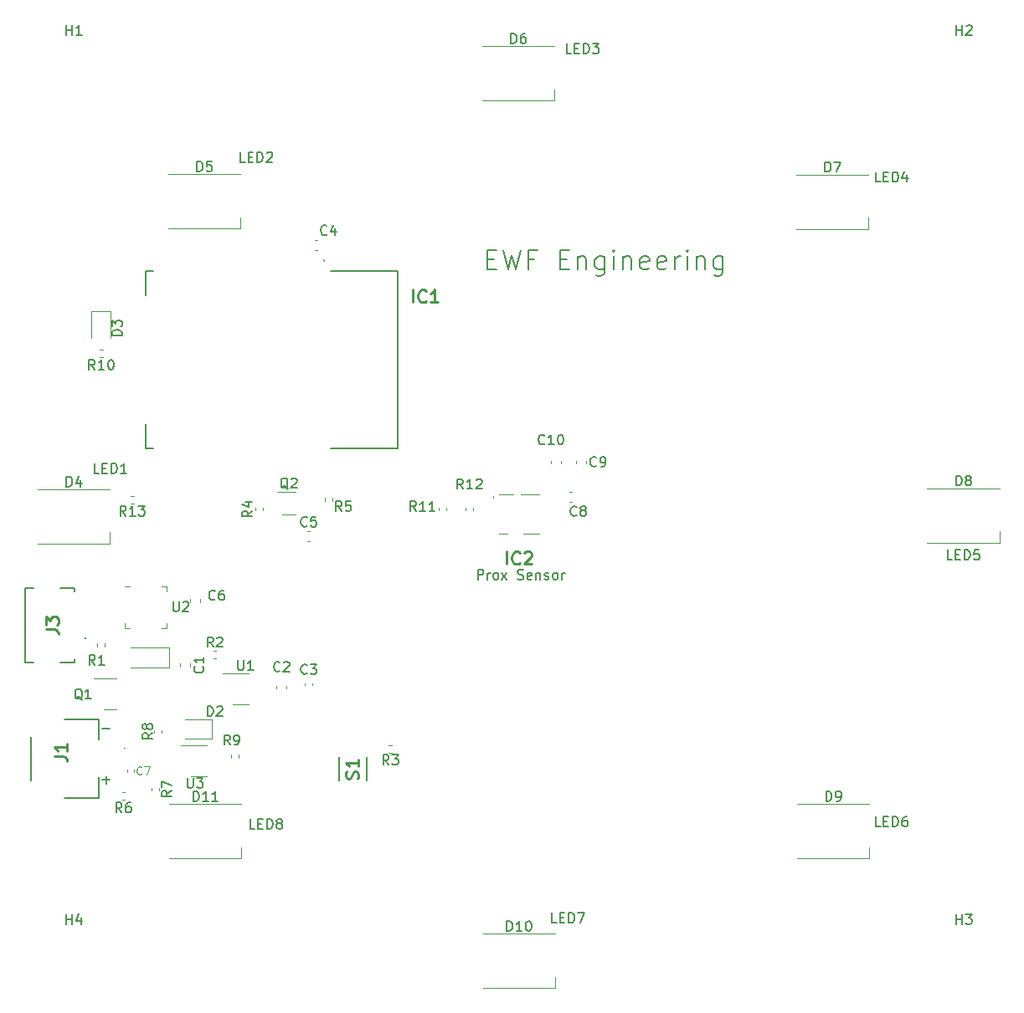
<source format=gbr>
%TF.GenerationSoftware,KiCad,Pcbnew,7.0.9*%
%TF.CreationDate,2023-12-18T12:46:53-05:00*%
%TF.ProjectId,Coaster_KiCard,436f6173-7465-4725-9f4b-69436172642e,rev?*%
%TF.SameCoordinates,Original*%
%TF.FileFunction,Legend,Top*%
%TF.FilePolarity,Positive*%
%FSLAX46Y46*%
G04 Gerber Fmt 4.6, Leading zero omitted, Abs format (unit mm)*
G04 Created by KiCad (PCBNEW 7.0.9) date 2023-12-18 12:46:53*
%MOMM*%
%LPD*%
G01*
G04 APERTURE LIST*
%ADD10C,0.150000*%
%ADD11C,0.254000*%
%ADD12C,0.125000*%
%ADD13C,0.100000*%
%ADD14C,0.200000*%
%ADD15C,0.120000*%
G04 APERTURE END LIST*
D10*
X71824874Y-48949819D02*
X72491541Y-48949819D01*
X72777255Y-49997438D02*
X71824874Y-49997438D01*
X71824874Y-49997438D02*
X71824874Y-47997438D01*
X71824874Y-47997438D02*
X72777255Y-47997438D01*
X73443922Y-47997438D02*
X73920112Y-49997438D01*
X73920112Y-49997438D02*
X74301065Y-48568866D01*
X74301065Y-48568866D02*
X74682017Y-49997438D01*
X74682017Y-49997438D02*
X75158208Y-47997438D01*
X76586779Y-48949819D02*
X75920112Y-48949819D01*
X75920112Y-49997438D02*
X75920112Y-47997438D01*
X75920112Y-47997438D02*
X76872493Y-47997438D01*
X79158208Y-48949819D02*
X79824875Y-48949819D01*
X80110589Y-49997438D02*
X79158208Y-49997438D01*
X79158208Y-49997438D02*
X79158208Y-47997438D01*
X79158208Y-47997438D02*
X80110589Y-47997438D01*
X80967732Y-48664104D02*
X80967732Y-49997438D01*
X80967732Y-48854580D02*
X81062970Y-48759342D01*
X81062970Y-48759342D02*
X81253446Y-48664104D01*
X81253446Y-48664104D02*
X81539161Y-48664104D01*
X81539161Y-48664104D02*
X81729637Y-48759342D01*
X81729637Y-48759342D02*
X81824875Y-48949819D01*
X81824875Y-48949819D02*
X81824875Y-49997438D01*
X83634399Y-48664104D02*
X83634399Y-50283152D01*
X83634399Y-50283152D02*
X83539161Y-50473628D01*
X83539161Y-50473628D02*
X83443923Y-50568866D01*
X83443923Y-50568866D02*
X83253446Y-50664104D01*
X83253446Y-50664104D02*
X82967732Y-50664104D01*
X82967732Y-50664104D02*
X82777256Y-50568866D01*
X83634399Y-49902200D02*
X83443923Y-49997438D01*
X83443923Y-49997438D02*
X83062970Y-49997438D01*
X83062970Y-49997438D02*
X82872494Y-49902200D01*
X82872494Y-49902200D02*
X82777256Y-49806961D01*
X82777256Y-49806961D02*
X82682018Y-49616485D01*
X82682018Y-49616485D02*
X82682018Y-49045057D01*
X82682018Y-49045057D02*
X82777256Y-48854580D01*
X82777256Y-48854580D02*
X82872494Y-48759342D01*
X82872494Y-48759342D02*
X83062970Y-48664104D01*
X83062970Y-48664104D02*
X83443923Y-48664104D01*
X83443923Y-48664104D02*
X83634399Y-48759342D01*
X84586780Y-49997438D02*
X84586780Y-48664104D01*
X84586780Y-47997438D02*
X84491542Y-48092676D01*
X84491542Y-48092676D02*
X84586780Y-48187914D01*
X84586780Y-48187914D02*
X84682018Y-48092676D01*
X84682018Y-48092676D02*
X84586780Y-47997438D01*
X84586780Y-47997438D02*
X84586780Y-48187914D01*
X85539161Y-48664104D02*
X85539161Y-49997438D01*
X85539161Y-48854580D02*
X85634399Y-48759342D01*
X85634399Y-48759342D02*
X85824875Y-48664104D01*
X85824875Y-48664104D02*
X86110590Y-48664104D01*
X86110590Y-48664104D02*
X86301066Y-48759342D01*
X86301066Y-48759342D02*
X86396304Y-48949819D01*
X86396304Y-48949819D02*
X86396304Y-49997438D01*
X88110590Y-49902200D02*
X87920114Y-49997438D01*
X87920114Y-49997438D02*
X87539161Y-49997438D01*
X87539161Y-49997438D02*
X87348685Y-49902200D01*
X87348685Y-49902200D02*
X87253447Y-49711723D01*
X87253447Y-49711723D02*
X87253447Y-48949819D01*
X87253447Y-48949819D02*
X87348685Y-48759342D01*
X87348685Y-48759342D02*
X87539161Y-48664104D01*
X87539161Y-48664104D02*
X87920114Y-48664104D01*
X87920114Y-48664104D02*
X88110590Y-48759342D01*
X88110590Y-48759342D02*
X88205828Y-48949819D01*
X88205828Y-48949819D02*
X88205828Y-49140295D01*
X88205828Y-49140295D02*
X87253447Y-49330771D01*
X89824876Y-49902200D02*
X89634400Y-49997438D01*
X89634400Y-49997438D02*
X89253447Y-49997438D01*
X89253447Y-49997438D02*
X89062971Y-49902200D01*
X89062971Y-49902200D02*
X88967733Y-49711723D01*
X88967733Y-49711723D02*
X88967733Y-48949819D01*
X88967733Y-48949819D02*
X89062971Y-48759342D01*
X89062971Y-48759342D02*
X89253447Y-48664104D01*
X89253447Y-48664104D02*
X89634400Y-48664104D01*
X89634400Y-48664104D02*
X89824876Y-48759342D01*
X89824876Y-48759342D02*
X89920114Y-48949819D01*
X89920114Y-48949819D02*
X89920114Y-49140295D01*
X89920114Y-49140295D02*
X88967733Y-49330771D01*
X90777257Y-49997438D02*
X90777257Y-48664104D01*
X90777257Y-49045057D02*
X90872495Y-48854580D01*
X90872495Y-48854580D02*
X90967733Y-48759342D01*
X90967733Y-48759342D02*
X91158209Y-48664104D01*
X91158209Y-48664104D02*
X91348686Y-48664104D01*
X92015352Y-49997438D02*
X92015352Y-48664104D01*
X92015352Y-47997438D02*
X91920114Y-48092676D01*
X91920114Y-48092676D02*
X92015352Y-48187914D01*
X92015352Y-48187914D02*
X92110590Y-48092676D01*
X92110590Y-48092676D02*
X92015352Y-47997438D01*
X92015352Y-47997438D02*
X92015352Y-48187914D01*
X92967733Y-48664104D02*
X92967733Y-49997438D01*
X92967733Y-48854580D02*
X93062971Y-48759342D01*
X93062971Y-48759342D02*
X93253447Y-48664104D01*
X93253447Y-48664104D02*
X93539162Y-48664104D01*
X93539162Y-48664104D02*
X93729638Y-48759342D01*
X93729638Y-48759342D02*
X93824876Y-48949819D01*
X93824876Y-48949819D02*
X93824876Y-49997438D01*
X95634400Y-48664104D02*
X95634400Y-50283152D01*
X95634400Y-50283152D02*
X95539162Y-50473628D01*
X95539162Y-50473628D02*
X95443924Y-50568866D01*
X95443924Y-50568866D02*
X95253447Y-50664104D01*
X95253447Y-50664104D02*
X94967733Y-50664104D01*
X94967733Y-50664104D02*
X94777257Y-50568866D01*
X95634400Y-49902200D02*
X95443924Y-49997438D01*
X95443924Y-49997438D02*
X95062971Y-49997438D01*
X95062971Y-49997438D02*
X94872495Y-49902200D01*
X94872495Y-49902200D02*
X94777257Y-49806961D01*
X94777257Y-49806961D02*
X94682019Y-49616485D01*
X94682019Y-49616485D02*
X94682019Y-49045057D01*
X94682019Y-49045057D02*
X94777257Y-48854580D01*
X94777257Y-48854580D02*
X94872495Y-48759342D01*
X94872495Y-48759342D02*
X95062971Y-48664104D01*
X95062971Y-48664104D02*
X95443924Y-48664104D01*
X95443924Y-48664104D02*
X95634400Y-48759342D01*
X48312969Y-106619819D02*
X47836779Y-106619819D01*
X47836779Y-106619819D02*
X47836779Y-105619819D01*
X48646303Y-106096009D02*
X48979636Y-106096009D01*
X49122493Y-106619819D02*
X48646303Y-106619819D01*
X48646303Y-106619819D02*
X48646303Y-105619819D01*
X48646303Y-105619819D02*
X49122493Y-105619819D01*
X49551065Y-106619819D02*
X49551065Y-105619819D01*
X49551065Y-105619819D02*
X49789160Y-105619819D01*
X49789160Y-105619819D02*
X49932017Y-105667438D01*
X49932017Y-105667438D02*
X50027255Y-105762676D01*
X50027255Y-105762676D02*
X50074874Y-105857914D01*
X50074874Y-105857914D02*
X50122493Y-106048390D01*
X50122493Y-106048390D02*
X50122493Y-106191247D01*
X50122493Y-106191247D02*
X50074874Y-106381723D01*
X50074874Y-106381723D02*
X50027255Y-106476961D01*
X50027255Y-106476961D02*
X49932017Y-106572200D01*
X49932017Y-106572200D02*
X49789160Y-106619819D01*
X49789160Y-106619819D02*
X49551065Y-106619819D01*
X50693922Y-106048390D02*
X50598684Y-106000771D01*
X50598684Y-106000771D02*
X50551065Y-105953152D01*
X50551065Y-105953152D02*
X50503446Y-105857914D01*
X50503446Y-105857914D02*
X50503446Y-105810295D01*
X50503446Y-105810295D02*
X50551065Y-105715057D01*
X50551065Y-105715057D02*
X50598684Y-105667438D01*
X50598684Y-105667438D02*
X50693922Y-105619819D01*
X50693922Y-105619819D02*
X50884398Y-105619819D01*
X50884398Y-105619819D02*
X50979636Y-105667438D01*
X50979636Y-105667438D02*
X51027255Y-105715057D01*
X51027255Y-105715057D02*
X51074874Y-105810295D01*
X51074874Y-105810295D02*
X51074874Y-105857914D01*
X51074874Y-105857914D02*
X51027255Y-105953152D01*
X51027255Y-105953152D02*
X50979636Y-106000771D01*
X50979636Y-106000771D02*
X50884398Y-106048390D01*
X50884398Y-106048390D02*
X50693922Y-106048390D01*
X50693922Y-106048390D02*
X50598684Y-106096009D01*
X50598684Y-106096009D02*
X50551065Y-106143628D01*
X50551065Y-106143628D02*
X50503446Y-106238866D01*
X50503446Y-106238866D02*
X50503446Y-106429342D01*
X50503446Y-106429342D02*
X50551065Y-106524580D01*
X50551065Y-106524580D02*
X50598684Y-106572200D01*
X50598684Y-106572200D02*
X50693922Y-106619819D01*
X50693922Y-106619819D02*
X50884398Y-106619819D01*
X50884398Y-106619819D02*
X50979636Y-106572200D01*
X50979636Y-106572200D02*
X51027255Y-106524580D01*
X51027255Y-106524580D02*
X51074874Y-106429342D01*
X51074874Y-106429342D02*
X51074874Y-106238866D01*
X51074874Y-106238866D02*
X51027255Y-106143628D01*
X51027255Y-106143628D02*
X50979636Y-106096009D01*
X50979636Y-106096009D02*
X50884398Y-106048390D01*
X78812969Y-116119819D02*
X78336779Y-116119819D01*
X78336779Y-116119819D02*
X78336779Y-115119819D01*
X79146303Y-115596009D02*
X79479636Y-115596009D01*
X79622493Y-116119819D02*
X79146303Y-116119819D01*
X79146303Y-116119819D02*
X79146303Y-115119819D01*
X79146303Y-115119819D02*
X79622493Y-115119819D01*
X80051065Y-116119819D02*
X80051065Y-115119819D01*
X80051065Y-115119819D02*
X80289160Y-115119819D01*
X80289160Y-115119819D02*
X80432017Y-115167438D01*
X80432017Y-115167438D02*
X80527255Y-115262676D01*
X80527255Y-115262676D02*
X80574874Y-115357914D01*
X80574874Y-115357914D02*
X80622493Y-115548390D01*
X80622493Y-115548390D02*
X80622493Y-115691247D01*
X80622493Y-115691247D02*
X80574874Y-115881723D01*
X80574874Y-115881723D02*
X80527255Y-115976961D01*
X80527255Y-115976961D02*
X80432017Y-116072200D01*
X80432017Y-116072200D02*
X80289160Y-116119819D01*
X80289160Y-116119819D02*
X80051065Y-116119819D01*
X80955827Y-115119819D02*
X81622493Y-115119819D01*
X81622493Y-115119819D02*
X81193922Y-116119819D01*
X111562969Y-106369819D02*
X111086779Y-106369819D01*
X111086779Y-106369819D02*
X111086779Y-105369819D01*
X111896303Y-105846009D02*
X112229636Y-105846009D01*
X112372493Y-106369819D02*
X111896303Y-106369819D01*
X111896303Y-106369819D02*
X111896303Y-105369819D01*
X111896303Y-105369819D02*
X112372493Y-105369819D01*
X112801065Y-106369819D02*
X112801065Y-105369819D01*
X112801065Y-105369819D02*
X113039160Y-105369819D01*
X113039160Y-105369819D02*
X113182017Y-105417438D01*
X113182017Y-105417438D02*
X113277255Y-105512676D01*
X113277255Y-105512676D02*
X113324874Y-105607914D01*
X113324874Y-105607914D02*
X113372493Y-105798390D01*
X113372493Y-105798390D02*
X113372493Y-105941247D01*
X113372493Y-105941247D02*
X113324874Y-106131723D01*
X113324874Y-106131723D02*
X113277255Y-106226961D01*
X113277255Y-106226961D02*
X113182017Y-106322200D01*
X113182017Y-106322200D02*
X113039160Y-106369819D01*
X113039160Y-106369819D02*
X112801065Y-106369819D01*
X114229636Y-105369819D02*
X114039160Y-105369819D01*
X114039160Y-105369819D02*
X113943922Y-105417438D01*
X113943922Y-105417438D02*
X113896303Y-105465057D01*
X113896303Y-105465057D02*
X113801065Y-105607914D01*
X113801065Y-105607914D02*
X113753446Y-105798390D01*
X113753446Y-105798390D02*
X113753446Y-106179342D01*
X113753446Y-106179342D02*
X113801065Y-106274580D01*
X113801065Y-106274580D02*
X113848684Y-106322200D01*
X113848684Y-106322200D02*
X113943922Y-106369819D01*
X113943922Y-106369819D02*
X114134398Y-106369819D01*
X114134398Y-106369819D02*
X114229636Y-106322200D01*
X114229636Y-106322200D02*
X114277255Y-106274580D01*
X114277255Y-106274580D02*
X114324874Y-106179342D01*
X114324874Y-106179342D02*
X114324874Y-105941247D01*
X114324874Y-105941247D02*
X114277255Y-105846009D01*
X114277255Y-105846009D02*
X114229636Y-105798390D01*
X114229636Y-105798390D02*
X114134398Y-105750771D01*
X114134398Y-105750771D02*
X113943922Y-105750771D01*
X113943922Y-105750771D02*
X113848684Y-105798390D01*
X113848684Y-105798390D02*
X113801065Y-105846009D01*
X113801065Y-105846009D02*
X113753446Y-105941247D01*
X118812969Y-79369819D02*
X118336779Y-79369819D01*
X118336779Y-79369819D02*
X118336779Y-78369819D01*
X119146303Y-78846009D02*
X119479636Y-78846009D01*
X119622493Y-79369819D02*
X119146303Y-79369819D01*
X119146303Y-79369819D02*
X119146303Y-78369819D01*
X119146303Y-78369819D02*
X119622493Y-78369819D01*
X120051065Y-79369819D02*
X120051065Y-78369819D01*
X120051065Y-78369819D02*
X120289160Y-78369819D01*
X120289160Y-78369819D02*
X120432017Y-78417438D01*
X120432017Y-78417438D02*
X120527255Y-78512676D01*
X120527255Y-78512676D02*
X120574874Y-78607914D01*
X120574874Y-78607914D02*
X120622493Y-78798390D01*
X120622493Y-78798390D02*
X120622493Y-78941247D01*
X120622493Y-78941247D02*
X120574874Y-79131723D01*
X120574874Y-79131723D02*
X120527255Y-79226961D01*
X120527255Y-79226961D02*
X120432017Y-79322200D01*
X120432017Y-79322200D02*
X120289160Y-79369819D01*
X120289160Y-79369819D02*
X120051065Y-79369819D01*
X121527255Y-78369819D02*
X121051065Y-78369819D01*
X121051065Y-78369819D02*
X121003446Y-78846009D01*
X121003446Y-78846009D02*
X121051065Y-78798390D01*
X121051065Y-78798390D02*
X121146303Y-78750771D01*
X121146303Y-78750771D02*
X121384398Y-78750771D01*
X121384398Y-78750771D02*
X121479636Y-78798390D01*
X121479636Y-78798390D02*
X121527255Y-78846009D01*
X121527255Y-78846009D02*
X121574874Y-78941247D01*
X121574874Y-78941247D02*
X121574874Y-79179342D01*
X121574874Y-79179342D02*
X121527255Y-79274580D01*
X121527255Y-79274580D02*
X121479636Y-79322200D01*
X121479636Y-79322200D02*
X121384398Y-79369819D01*
X121384398Y-79369819D02*
X121146303Y-79369819D01*
X121146303Y-79369819D02*
X121051065Y-79322200D01*
X121051065Y-79322200D02*
X121003446Y-79274580D01*
X111562969Y-41119819D02*
X111086779Y-41119819D01*
X111086779Y-41119819D02*
X111086779Y-40119819D01*
X111896303Y-40596009D02*
X112229636Y-40596009D01*
X112372493Y-41119819D02*
X111896303Y-41119819D01*
X111896303Y-41119819D02*
X111896303Y-40119819D01*
X111896303Y-40119819D02*
X112372493Y-40119819D01*
X112801065Y-41119819D02*
X112801065Y-40119819D01*
X112801065Y-40119819D02*
X113039160Y-40119819D01*
X113039160Y-40119819D02*
X113182017Y-40167438D01*
X113182017Y-40167438D02*
X113277255Y-40262676D01*
X113277255Y-40262676D02*
X113324874Y-40357914D01*
X113324874Y-40357914D02*
X113372493Y-40548390D01*
X113372493Y-40548390D02*
X113372493Y-40691247D01*
X113372493Y-40691247D02*
X113324874Y-40881723D01*
X113324874Y-40881723D02*
X113277255Y-40976961D01*
X113277255Y-40976961D02*
X113182017Y-41072200D01*
X113182017Y-41072200D02*
X113039160Y-41119819D01*
X113039160Y-41119819D02*
X112801065Y-41119819D01*
X114229636Y-40453152D02*
X114229636Y-41119819D01*
X113991541Y-40072200D02*
X113753446Y-40786485D01*
X113753446Y-40786485D02*
X114372493Y-40786485D01*
X80312969Y-28119819D02*
X79836779Y-28119819D01*
X79836779Y-28119819D02*
X79836779Y-27119819D01*
X80646303Y-27596009D02*
X80979636Y-27596009D01*
X81122493Y-28119819D02*
X80646303Y-28119819D01*
X80646303Y-28119819D02*
X80646303Y-27119819D01*
X80646303Y-27119819D02*
X81122493Y-27119819D01*
X81551065Y-28119819D02*
X81551065Y-27119819D01*
X81551065Y-27119819D02*
X81789160Y-27119819D01*
X81789160Y-27119819D02*
X81932017Y-27167438D01*
X81932017Y-27167438D02*
X82027255Y-27262676D01*
X82027255Y-27262676D02*
X82074874Y-27357914D01*
X82074874Y-27357914D02*
X82122493Y-27548390D01*
X82122493Y-27548390D02*
X82122493Y-27691247D01*
X82122493Y-27691247D02*
X82074874Y-27881723D01*
X82074874Y-27881723D02*
X82027255Y-27976961D01*
X82027255Y-27976961D02*
X81932017Y-28072200D01*
X81932017Y-28072200D02*
X81789160Y-28119819D01*
X81789160Y-28119819D02*
X81551065Y-28119819D01*
X82455827Y-27119819D02*
X83074874Y-27119819D01*
X83074874Y-27119819D02*
X82741541Y-27500771D01*
X82741541Y-27500771D02*
X82884398Y-27500771D01*
X82884398Y-27500771D02*
X82979636Y-27548390D01*
X82979636Y-27548390D02*
X83027255Y-27596009D01*
X83027255Y-27596009D02*
X83074874Y-27691247D01*
X83074874Y-27691247D02*
X83074874Y-27929342D01*
X83074874Y-27929342D02*
X83027255Y-28024580D01*
X83027255Y-28024580D02*
X82979636Y-28072200D01*
X82979636Y-28072200D02*
X82884398Y-28119819D01*
X82884398Y-28119819D02*
X82598684Y-28119819D01*
X82598684Y-28119819D02*
X82503446Y-28072200D01*
X82503446Y-28072200D02*
X82455827Y-28024580D01*
X47312969Y-39119819D02*
X46836779Y-39119819D01*
X46836779Y-39119819D02*
X46836779Y-38119819D01*
X47646303Y-38596009D02*
X47979636Y-38596009D01*
X48122493Y-39119819D02*
X47646303Y-39119819D01*
X47646303Y-39119819D02*
X47646303Y-38119819D01*
X47646303Y-38119819D02*
X48122493Y-38119819D01*
X48551065Y-39119819D02*
X48551065Y-38119819D01*
X48551065Y-38119819D02*
X48789160Y-38119819D01*
X48789160Y-38119819D02*
X48932017Y-38167438D01*
X48932017Y-38167438D02*
X49027255Y-38262676D01*
X49027255Y-38262676D02*
X49074874Y-38357914D01*
X49074874Y-38357914D02*
X49122493Y-38548390D01*
X49122493Y-38548390D02*
X49122493Y-38691247D01*
X49122493Y-38691247D02*
X49074874Y-38881723D01*
X49074874Y-38881723D02*
X49027255Y-38976961D01*
X49027255Y-38976961D02*
X48932017Y-39072200D01*
X48932017Y-39072200D02*
X48789160Y-39119819D01*
X48789160Y-39119819D02*
X48551065Y-39119819D01*
X49503446Y-38215057D02*
X49551065Y-38167438D01*
X49551065Y-38167438D02*
X49646303Y-38119819D01*
X49646303Y-38119819D02*
X49884398Y-38119819D01*
X49884398Y-38119819D02*
X49979636Y-38167438D01*
X49979636Y-38167438D02*
X50027255Y-38215057D01*
X50027255Y-38215057D02*
X50074874Y-38310295D01*
X50074874Y-38310295D02*
X50074874Y-38405533D01*
X50074874Y-38405533D02*
X50027255Y-38548390D01*
X50027255Y-38548390D02*
X49455827Y-39119819D01*
X49455827Y-39119819D02*
X50074874Y-39119819D01*
X32562969Y-70619819D02*
X32086779Y-70619819D01*
X32086779Y-70619819D02*
X32086779Y-69619819D01*
X32896303Y-70096009D02*
X33229636Y-70096009D01*
X33372493Y-70619819D02*
X32896303Y-70619819D01*
X32896303Y-70619819D02*
X32896303Y-69619819D01*
X32896303Y-69619819D02*
X33372493Y-69619819D01*
X33801065Y-70619819D02*
X33801065Y-69619819D01*
X33801065Y-69619819D02*
X34039160Y-69619819D01*
X34039160Y-69619819D02*
X34182017Y-69667438D01*
X34182017Y-69667438D02*
X34277255Y-69762676D01*
X34277255Y-69762676D02*
X34324874Y-69857914D01*
X34324874Y-69857914D02*
X34372493Y-70048390D01*
X34372493Y-70048390D02*
X34372493Y-70191247D01*
X34372493Y-70191247D02*
X34324874Y-70381723D01*
X34324874Y-70381723D02*
X34277255Y-70476961D01*
X34277255Y-70476961D02*
X34182017Y-70572200D01*
X34182017Y-70572200D02*
X34039160Y-70619819D01*
X34039160Y-70619819D02*
X33801065Y-70619819D01*
X35324874Y-70619819D02*
X34753446Y-70619819D01*
X35039160Y-70619819D02*
X35039160Y-69619819D01*
X35039160Y-69619819D02*
X34943922Y-69762676D01*
X34943922Y-69762676D02*
X34848684Y-69857914D01*
X34848684Y-69857914D02*
X34753446Y-69905533D01*
X70836779Y-81369819D02*
X70836779Y-80369819D01*
X70836779Y-80369819D02*
X71217731Y-80369819D01*
X71217731Y-80369819D02*
X71312969Y-80417438D01*
X71312969Y-80417438D02*
X71360588Y-80465057D01*
X71360588Y-80465057D02*
X71408207Y-80560295D01*
X71408207Y-80560295D02*
X71408207Y-80703152D01*
X71408207Y-80703152D02*
X71360588Y-80798390D01*
X71360588Y-80798390D02*
X71312969Y-80846009D01*
X71312969Y-80846009D02*
X71217731Y-80893628D01*
X71217731Y-80893628D02*
X70836779Y-80893628D01*
X71836779Y-81369819D02*
X71836779Y-80703152D01*
X71836779Y-80893628D02*
X71884398Y-80798390D01*
X71884398Y-80798390D02*
X71932017Y-80750771D01*
X71932017Y-80750771D02*
X72027255Y-80703152D01*
X72027255Y-80703152D02*
X72122493Y-80703152D01*
X72598684Y-81369819D02*
X72503446Y-81322200D01*
X72503446Y-81322200D02*
X72455827Y-81274580D01*
X72455827Y-81274580D02*
X72408208Y-81179342D01*
X72408208Y-81179342D02*
X72408208Y-80893628D01*
X72408208Y-80893628D02*
X72455827Y-80798390D01*
X72455827Y-80798390D02*
X72503446Y-80750771D01*
X72503446Y-80750771D02*
X72598684Y-80703152D01*
X72598684Y-80703152D02*
X72741541Y-80703152D01*
X72741541Y-80703152D02*
X72836779Y-80750771D01*
X72836779Y-80750771D02*
X72884398Y-80798390D01*
X72884398Y-80798390D02*
X72932017Y-80893628D01*
X72932017Y-80893628D02*
X72932017Y-81179342D01*
X72932017Y-81179342D02*
X72884398Y-81274580D01*
X72884398Y-81274580D02*
X72836779Y-81322200D01*
X72836779Y-81322200D02*
X72741541Y-81369819D01*
X72741541Y-81369819D02*
X72598684Y-81369819D01*
X73265351Y-81369819D02*
X73789160Y-80703152D01*
X73265351Y-80703152D02*
X73789160Y-81369819D01*
X74884399Y-81322200D02*
X75027256Y-81369819D01*
X75027256Y-81369819D02*
X75265351Y-81369819D01*
X75265351Y-81369819D02*
X75360589Y-81322200D01*
X75360589Y-81322200D02*
X75408208Y-81274580D01*
X75408208Y-81274580D02*
X75455827Y-81179342D01*
X75455827Y-81179342D02*
X75455827Y-81084104D01*
X75455827Y-81084104D02*
X75408208Y-80988866D01*
X75408208Y-80988866D02*
X75360589Y-80941247D01*
X75360589Y-80941247D02*
X75265351Y-80893628D01*
X75265351Y-80893628D02*
X75074875Y-80846009D01*
X75074875Y-80846009D02*
X74979637Y-80798390D01*
X74979637Y-80798390D02*
X74932018Y-80750771D01*
X74932018Y-80750771D02*
X74884399Y-80655533D01*
X74884399Y-80655533D02*
X74884399Y-80560295D01*
X74884399Y-80560295D02*
X74932018Y-80465057D01*
X74932018Y-80465057D02*
X74979637Y-80417438D01*
X74979637Y-80417438D02*
X75074875Y-80369819D01*
X75074875Y-80369819D02*
X75312970Y-80369819D01*
X75312970Y-80369819D02*
X75455827Y-80417438D01*
X76265351Y-81322200D02*
X76170113Y-81369819D01*
X76170113Y-81369819D02*
X75979637Y-81369819D01*
X75979637Y-81369819D02*
X75884399Y-81322200D01*
X75884399Y-81322200D02*
X75836780Y-81226961D01*
X75836780Y-81226961D02*
X75836780Y-80846009D01*
X75836780Y-80846009D02*
X75884399Y-80750771D01*
X75884399Y-80750771D02*
X75979637Y-80703152D01*
X75979637Y-80703152D02*
X76170113Y-80703152D01*
X76170113Y-80703152D02*
X76265351Y-80750771D01*
X76265351Y-80750771D02*
X76312970Y-80846009D01*
X76312970Y-80846009D02*
X76312970Y-80941247D01*
X76312970Y-80941247D02*
X75836780Y-81036485D01*
X76741542Y-80703152D02*
X76741542Y-81369819D01*
X76741542Y-80798390D02*
X76789161Y-80750771D01*
X76789161Y-80750771D02*
X76884399Y-80703152D01*
X76884399Y-80703152D02*
X77027256Y-80703152D01*
X77027256Y-80703152D02*
X77122494Y-80750771D01*
X77122494Y-80750771D02*
X77170113Y-80846009D01*
X77170113Y-80846009D02*
X77170113Y-81369819D01*
X77598685Y-81322200D02*
X77693923Y-81369819D01*
X77693923Y-81369819D02*
X77884399Y-81369819D01*
X77884399Y-81369819D02*
X77979637Y-81322200D01*
X77979637Y-81322200D02*
X78027256Y-81226961D01*
X78027256Y-81226961D02*
X78027256Y-81179342D01*
X78027256Y-81179342D02*
X77979637Y-81084104D01*
X77979637Y-81084104D02*
X77884399Y-81036485D01*
X77884399Y-81036485D02*
X77741542Y-81036485D01*
X77741542Y-81036485D02*
X77646304Y-80988866D01*
X77646304Y-80988866D02*
X77598685Y-80893628D01*
X77598685Y-80893628D02*
X77598685Y-80846009D01*
X77598685Y-80846009D02*
X77646304Y-80750771D01*
X77646304Y-80750771D02*
X77741542Y-80703152D01*
X77741542Y-80703152D02*
X77884399Y-80703152D01*
X77884399Y-80703152D02*
X77979637Y-80750771D01*
X78598685Y-81369819D02*
X78503447Y-81322200D01*
X78503447Y-81322200D02*
X78455828Y-81274580D01*
X78455828Y-81274580D02*
X78408209Y-81179342D01*
X78408209Y-81179342D02*
X78408209Y-80893628D01*
X78408209Y-80893628D02*
X78455828Y-80798390D01*
X78455828Y-80798390D02*
X78503447Y-80750771D01*
X78503447Y-80750771D02*
X78598685Y-80703152D01*
X78598685Y-80703152D02*
X78741542Y-80703152D01*
X78741542Y-80703152D02*
X78836780Y-80750771D01*
X78836780Y-80750771D02*
X78884399Y-80798390D01*
X78884399Y-80798390D02*
X78932018Y-80893628D01*
X78932018Y-80893628D02*
X78932018Y-81179342D01*
X78932018Y-81179342D02*
X78884399Y-81274580D01*
X78884399Y-81274580D02*
X78836780Y-81322200D01*
X78836780Y-81322200D02*
X78741542Y-81369819D01*
X78741542Y-81369819D02*
X78598685Y-81369819D01*
X79360590Y-81369819D02*
X79360590Y-80703152D01*
X79360590Y-80893628D02*
X79408209Y-80798390D01*
X79408209Y-80798390D02*
X79455828Y-80750771D01*
X79455828Y-80750771D02*
X79551066Y-80703152D01*
X79551066Y-80703152D02*
X79646304Y-80703152D01*
X32836779Y-96488866D02*
X33598684Y-96488866D01*
X32886779Y-101663866D02*
X33648684Y-101663866D01*
X33267731Y-102044819D02*
X33267731Y-101282914D01*
D11*
X27154318Y-86423332D02*
X28061461Y-86423332D01*
X28061461Y-86423332D02*
X28242889Y-86483809D01*
X28242889Y-86483809D02*
X28363842Y-86604761D01*
X28363842Y-86604761D02*
X28424318Y-86786190D01*
X28424318Y-86786190D02*
X28424318Y-86907142D01*
X27154318Y-85939523D02*
X27154318Y-85153332D01*
X27154318Y-85153332D02*
X27638127Y-85576666D01*
X27638127Y-85576666D02*
X27638127Y-85395237D01*
X27638127Y-85395237D02*
X27698603Y-85274285D01*
X27698603Y-85274285D02*
X27759080Y-85213809D01*
X27759080Y-85213809D02*
X27880032Y-85153332D01*
X27880032Y-85153332D02*
X28182413Y-85153332D01*
X28182413Y-85153332D02*
X28303365Y-85213809D01*
X28303365Y-85213809D02*
X28363842Y-85274285D01*
X28363842Y-85274285D02*
X28424318Y-85395237D01*
X28424318Y-85395237D02*
X28424318Y-85758094D01*
X28424318Y-85758094D02*
X28363842Y-85879047D01*
X28363842Y-85879047D02*
X28303365Y-85939523D01*
X64260237Y-53324318D02*
X64260237Y-52054318D01*
X65590714Y-53203365D02*
X65530238Y-53263842D01*
X65530238Y-53263842D02*
X65348809Y-53324318D01*
X65348809Y-53324318D02*
X65227857Y-53324318D01*
X65227857Y-53324318D02*
X65046428Y-53263842D01*
X65046428Y-53263842D02*
X64925476Y-53142889D01*
X64925476Y-53142889D02*
X64864999Y-53021937D01*
X64864999Y-53021937D02*
X64804523Y-52780032D01*
X64804523Y-52780032D02*
X64804523Y-52598603D01*
X64804523Y-52598603D02*
X64864999Y-52356699D01*
X64864999Y-52356699D02*
X64925476Y-52235746D01*
X64925476Y-52235746D02*
X65046428Y-52114794D01*
X65046428Y-52114794D02*
X65227857Y-52054318D01*
X65227857Y-52054318D02*
X65348809Y-52054318D01*
X65348809Y-52054318D02*
X65530238Y-52114794D01*
X65530238Y-52114794D02*
X65590714Y-52175270D01*
X66800238Y-53324318D02*
X66074523Y-53324318D01*
X66437380Y-53324318D02*
X66437380Y-52054318D01*
X66437380Y-52054318D02*
X66316428Y-52235746D01*
X66316428Y-52235746D02*
X66195476Y-52356699D01*
X66195476Y-52356699D02*
X66074523Y-52417175D01*
D10*
X46588095Y-89554819D02*
X46588095Y-90364342D01*
X46588095Y-90364342D02*
X46635714Y-90459580D01*
X46635714Y-90459580D02*
X46683333Y-90507200D01*
X46683333Y-90507200D02*
X46778571Y-90554819D01*
X46778571Y-90554819D02*
X46969047Y-90554819D01*
X46969047Y-90554819D02*
X47064285Y-90507200D01*
X47064285Y-90507200D02*
X47111904Y-90459580D01*
X47111904Y-90459580D02*
X47159523Y-90364342D01*
X47159523Y-90364342D02*
X47159523Y-89554819D01*
X48159523Y-90554819D02*
X47588095Y-90554819D01*
X47873809Y-90554819D02*
X47873809Y-89554819D01*
X47873809Y-89554819D02*
X47778571Y-89697676D01*
X47778571Y-89697676D02*
X47683333Y-89792914D01*
X47683333Y-89792914D02*
X47588095Y-89840533D01*
X43511905Y-95204819D02*
X43511905Y-94204819D01*
X43511905Y-94204819D02*
X43750000Y-94204819D01*
X43750000Y-94204819D02*
X43892857Y-94252438D01*
X43892857Y-94252438D02*
X43988095Y-94347676D01*
X43988095Y-94347676D02*
X44035714Y-94442914D01*
X44035714Y-94442914D02*
X44083333Y-94633390D01*
X44083333Y-94633390D02*
X44083333Y-94776247D01*
X44083333Y-94776247D02*
X44035714Y-94966723D01*
X44035714Y-94966723D02*
X43988095Y-95061961D01*
X43988095Y-95061961D02*
X43892857Y-95157200D01*
X43892857Y-95157200D02*
X43750000Y-95204819D01*
X43750000Y-95204819D02*
X43511905Y-95204819D01*
X44464286Y-94300057D02*
X44511905Y-94252438D01*
X44511905Y-94252438D02*
X44607143Y-94204819D01*
X44607143Y-94204819D02*
X44845238Y-94204819D01*
X44845238Y-94204819D02*
X44940476Y-94252438D01*
X44940476Y-94252438D02*
X44988095Y-94300057D01*
X44988095Y-94300057D02*
X45035714Y-94395295D01*
X45035714Y-94395295D02*
X45035714Y-94490533D01*
X45035714Y-94490533D02*
X44988095Y-94633390D01*
X44988095Y-94633390D02*
X44416667Y-95204819D01*
X44416667Y-95204819D02*
X45035714Y-95204819D01*
X51654761Y-72210057D02*
X51559523Y-72162438D01*
X51559523Y-72162438D02*
X51464285Y-72067200D01*
X51464285Y-72067200D02*
X51321428Y-71924342D01*
X51321428Y-71924342D02*
X51226190Y-71876723D01*
X51226190Y-71876723D02*
X51130952Y-71876723D01*
X51178571Y-72114819D02*
X51083333Y-72067200D01*
X51083333Y-72067200D02*
X50988095Y-71971961D01*
X50988095Y-71971961D02*
X50940476Y-71781485D01*
X50940476Y-71781485D02*
X50940476Y-71448152D01*
X50940476Y-71448152D02*
X50988095Y-71257676D01*
X50988095Y-71257676D02*
X51083333Y-71162438D01*
X51083333Y-71162438D02*
X51178571Y-71114819D01*
X51178571Y-71114819D02*
X51369047Y-71114819D01*
X51369047Y-71114819D02*
X51464285Y-71162438D01*
X51464285Y-71162438D02*
X51559523Y-71257676D01*
X51559523Y-71257676D02*
X51607142Y-71448152D01*
X51607142Y-71448152D02*
X51607142Y-71781485D01*
X51607142Y-71781485D02*
X51559523Y-71971961D01*
X51559523Y-71971961D02*
X51464285Y-72067200D01*
X51464285Y-72067200D02*
X51369047Y-72114819D01*
X51369047Y-72114819D02*
X51178571Y-72114819D01*
X51988095Y-71210057D02*
X52035714Y-71162438D01*
X52035714Y-71162438D02*
X52130952Y-71114819D01*
X52130952Y-71114819D02*
X52369047Y-71114819D01*
X52369047Y-71114819D02*
X52464285Y-71162438D01*
X52464285Y-71162438D02*
X52511904Y-71210057D01*
X52511904Y-71210057D02*
X52559523Y-71305295D01*
X52559523Y-71305295D02*
X52559523Y-71400533D01*
X52559523Y-71400533D02*
X52511904Y-71543390D01*
X52511904Y-71543390D02*
X51940476Y-72114819D01*
X51940476Y-72114819D02*
X52559523Y-72114819D01*
X73785714Y-116954819D02*
X73785714Y-115954819D01*
X73785714Y-115954819D02*
X74023809Y-115954819D01*
X74023809Y-115954819D02*
X74166666Y-116002438D01*
X74166666Y-116002438D02*
X74261904Y-116097676D01*
X74261904Y-116097676D02*
X74309523Y-116192914D01*
X74309523Y-116192914D02*
X74357142Y-116383390D01*
X74357142Y-116383390D02*
X74357142Y-116526247D01*
X74357142Y-116526247D02*
X74309523Y-116716723D01*
X74309523Y-116716723D02*
X74261904Y-116811961D01*
X74261904Y-116811961D02*
X74166666Y-116907200D01*
X74166666Y-116907200D02*
X74023809Y-116954819D01*
X74023809Y-116954819D02*
X73785714Y-116954819D01*
X75309523Y-116954819D02*
X74738095Y-116954819D01*
X75023809Y-116954819D02*
X75023809Y-115954819D01*
X75023809Y-115954819D02*
X74928571Y-116097676D01*
X74928571Y-116097676D02*
X74833333Y-116192914D01*
X74833333Y-116192914D02*
X74738095Y-116240533D01*
X75928571Y-115954819D02*
X76023809Y-115954819D01*
X76023809Y-115954819D02*
X76119047Y-116002438D01*
X76119047Y-116002438D02*
X76166666Y-116050057D01*
X76166666Y-116050057D02*
X76214285Y-116145295D01*
X76214285Y-116145295D02*
X76261904Y-116335771D01*
X76261904Y-116335771D02*
X76261904Y-116573866D01*
X76261904Y-116573866D02*
X76214285Y-116764342D01*
X76214285Y-116764342D02*
X76166666Y-116859580D01*
X76166666Y-116859580D02*
X76119047Y-116907200D01*
X76119047Y-116907200D02*
X76023809Y-116954819D01*
X76023809Y-116954819D02*
X75928571Y-116954819D01*
X75928571Y-116954819D02*
X75833333Y-116907200D01*
X75833333Y-116907200D02*
X75785714Y-116859580D01*
X75785714Y-116859580D02*
X75738095Y-116764342D01*
X75738095Y-116764342D02*
X75690476Y-116573866D01*
X75690476Y-116573866D02*
X75690476Y-116335771D01*
X75690476Y-116335771D02*
X75738095Y-116145295D01*
X75738095Y-116145295D02*
X75785714Y-116050057D01*
X75785714Y-116050057D02*
X75833333Y-116002438D01*
X75833333Y-116002438D02*
X75928571Y-115954819D01*
X32133333Y-90004819D02*
X31800000Y-89528628D01*
X31561905Y-90004819D02*
X31561905Y-89004819D01*
X31561905Y-89004819D02*
X31942857Y-89004819D01*
X31942857Y-89004819D02*
X32038095Y-89052438D01*
X32038095Y-89052438D02*
X32085714Y-89100057D01*
X32085714Y-89100057D02*
X32133333Y-89195295D01*
X32133333Y-89195295D02*
X32133333Y-89338152D01*
X32133333Y-89338152D02*
X32085714Y-89433390D01*
X32085714Y-89433390D02*
X32038095Y-89481009D01*
X32038095Y-89481009D02*
X31942857Y-89528628D01*
X31942857Y-89528628D02*
X31561905Y-89528628D01*
X33085714Y-90004819D02*
X32514286Y-90004819D01*
X32800000Y-90004819D02*
X32800000Y-89004819D01*
X32800000Y-89004819D02*
X32704762Y-89147676D01*
X32704762Y-89147676D02*
X32609524Y-89242914D01*
X32609524Y-89242914D02*
X32514286Y-89290533D01*
D11*
X28010318Y-99261332D02*
X28917461Y-99261332D01*
X28917461Y-99261332D02*
X29098889Y-99321809D01*
X29098889Y-99321809D02*
X29219842Y-99442761D01*
X29219842Y-99442761D02*
X29280318Y-99624190D01*
X29280318Y-99624190D02*
X29280318Y-99745142D01*
X29280318Y-97991332D02*
X29280318Y-98717047D01*
X29280318Y-98354190D02*
X28010318Y-98354190D01*
X28010318Y-98354190D02*
X28191746Y-98475142D01*
X28191746Y-98475142D02*
X28312699Y-98596094D01*
X28312699Y-98596094D02*
X28373175Y-98717047D01*
X73760237Y-79824318D02*
X73760237Y-78554318D01*
X75090714Y-79703365D02*
X75030238Y-79763842D01*
X75030238Y-79763842D02*
X74848809Y-79824318D01*
X74848809Y-79824318D02*
X74727857Y-79824318D01*
X74727857Y-79824318D02*
X74546428Y-79763842D01*
X74546428Y-79763842D02*
X74425476Y-79642889D01*
X74425476Y-79642889D02*
X74364999Y-79521937D01*
X74364999Y-79521937D02*
X74304523Y-79280032D01*
X74304523Y-79280032D02*
X74304523Y-79098603D01*
X74304523Y-79098603D02*
X74364999Y-78856699D01*
X74364999Y-78856699D02*
X74425476Y-78735746D01*
X74425476Y-78735746D02*
X74546428Y-78614794D01*
X74546428Y-78614794D02*
X74727857Y-78554318D01*
X74727857Y-78554318D02*
X74848809Y-78554318D01*
X74848809Y-78554318D02*
X75030238Y-78614794D01*
X75030238Y-78614794D02*
X75090714Y-78675270D01*
X75574523Y-78675270D02*
X75634999Y-78614794D01*
X75634999Y-78614794D02*
X75755952Y-78554318D01*
X75755952Y-78554318D02*
X76058333Y-78554318D01*
X76058333Y-78554318D02*
X76179285Y-78614794D01*
X76179285Y-78614794D02*
X76239761Y-78675270D01*
X76239761Y-78675270D02*
X76300238Y-78796222D01*
X76300238Y-78796222D02*
X76300238Y-78917175D01*
X76300238Y-78917175D02*
X76239761Y-79098603D01*
X76239761Y-79098603D02*
X75514047Y-79824318D01*
X75514047Y-79824318D02*
X76300238Y-79824318D01*
D10*
X37954819Y-96916666D02*
X37478628Y-97249999D01*
X37954819Y-97488094D02*
X36954819Y-97488094D01*
X36954819Y-97488094D02*
X36954819Y-97107142D01*
X36954819Y-97107142D02*
X37002438Y-97011904D01*
X37002438Y-97011904D02*
X37050057Y-96964285D01*
X37050057Y-96964285D02*
X37145295Y-96916666D01*
X37145295Y-96916666D02*
X37288152Y-96916666D01*
X37288152Y-96916666D02*
X37383390Y-96964285D01*
X37383390Y-96964285D02*
X37431009Y-97011904D01*
X37431009Y-97011904D02*
X37478628Y-97107142D01*
X37478628Y-97107142D02*
X37478628Y-97488094D01*
X37383390Y-96345237D02*
X37335771Y-96440475D01*
X37335771Y-96440475D02*
X37288152Y-96488094D01*
X37288152Y-96488094D02*
X37192914Y-96535713D01*
X37192914Y-96535713D02*
X37145295Y-96535713D01*
X37145295Y-96535713D02*
X37050057Y-96488094D01*
X37050057Y-96488094D02*
X37002438Y-96440475D01*
X37002438Y-96440475D02*
X36954819Y-96345237D01*
X36954819Y-96345237D02*
X36954819Y-96154761D01*
X36954819Y-96154761D02*
X37002438Y-96059523D01*
X37002438Y-96059523D02*
X37050057Y-96011904D01*
X37050057Y-96011904D02*
X37145295Y-95964285D01*
X37145295Y-95964285D02*
X37192914Y-95964285D01*
X37192914Y-95964285D02*
X37288152Y-96011904D01*
X37288152Y-96011904D02*
X37335771Y-96059523D01*
X37335771Y-96059523D02*
X37383390Y-96154761D01*
X37383390Y-96154761D02*
X37383390Y-96345237D01*
X37383390Y-96345237D02*
X37431009Y-96440475D01*
X37431009Y-96440475D02*
X37478628Y-96488094D01*
X37478628Y-96488094D02*
X37573866Y-96535713D01*
X37573866Y-96535713D02*
X37764342Y-96535713D01*
X37764342Y-96535713D02*
X37859580Y-96488094D01*
X37859580Y-96488094D02*
X37907200Y-96440475D01*
X37907200Y-96440475D02*
X37954819Y-96345237D01*
X37954819Y-96345237D02*
X37954819Y-96154761D01*
X37954819Y-96154761D02*
X37907200Y-96059523D01*
X37907200Y-96059523D02*
X37859580Y-96011904D01*
X37859580Y-96011904D02*
X37764342Y-95964285D01*
X37764342Y-95964285D02*
X37573866Y-95964285D01*
X37573866Y-95964285D02*
X37478628Y-96011904D01*
X37478628Y-96011904D02*
X37431009Y-96059523D01*
X37431009Y-96059523D02*
X37383390Y-96154761D01*
D11*
X58713842Y-101517619D02*
X58774318Y-101336190D01*
X58774318Y-101336190D02*
X58774318Y-101033809D01*
X58774318Y-101033809D02*
X58713842Y-100912857D01*
X58713842Y-100912857D02*
X58653365Y-100852381D01*
X58653365Y-100852381D02*
X58532413Y-100791904D01*
X58532413Y-100791904D02*
X58411461Y-100791904D01*
X58411461Y-100791904D02*
X58290508Y-100852381D01*
X58290508Y-100852381D02*
X58230032Y-100912857D01*
X58230032Y-100912857D02*
X58169556Y-101033809D01*
X58169556Y-101033809D02*
X58109080Y-101275714D01*
X58109080Y-101275714D02*
X58048603Y-101396666D01*
X58048603Y-101396666D02*
X57988127Y-101457143D01*
X57988127Y-101457143D02*
X57867175Y-101517619D01*
X57867175Y-101517619D02*
X57746222Y-101517619D01*
X57746222Y-101517619D02*
X57625270Y-101457143D01*
X57625270Y-101457143D02*
X57564794Y-101396666D01*
X57564794Y-101396666D02*
X57504318Y-101275714D01*
X57504318Y-101275714D02*
X57504318Y-100973333D01*
X57504318Y-100973333D02*
X57564794Y-100791904D01*
X58774318Y-99582380D02*
X58774318Y-100308095D01*
X58774318Y-99945238D02*
X57504318Y-99945238D01*
X57504318Y-99945238D02*
X57685746Y-100066190D01*
X57685746Y-100066190D02*
X57806699Y-100187142D01*
X57806699Y-100187142D02*
X57867175Y-100308095D01*
D10*
X61843333Y-100124819D02*
X61510000Y-99648628D01*
X61271905Y-100124819D02*
X61271905Y-99124819D01*
X61271905Y-99124819D02*
X61652857Y-99124819D01*
X61652857Y-99124819D02*
X61748095Y-99172438D01*
X61748095Y-99172438D02*
X61795714Y-99220057D01*
X61795714Y-99220057D02*
X61843333Y-99315295D01*
X61843333Y-99315295D02*
X61843333Y-99458152D01*
X61843333Y-99458152D02*
X61795714Y-99553390D01*
X61795714Y-99553390D02*
X61748095Y-99601009D01*
X61748095Y-99601009D02*
X61652857Y-99648628D01*
X61652857Y-99648628D02*
X61271905Y-99648628D01*
X62176667Y-99124819D02*
X62795714Y-99124819D01*
X62795714Y-99124819D02*
X62462381Y-99505771D01*
X62462381Y-99505771D02*
X62605238Y-99505771D01*
X62605238Y-99505771D02*
X62700476Y-99553390D01*
X62700476Y-99553390D02*
X62748095Y-99601009D01*
X62748095Y-99601009D02*
X62795714Y-99696247D01*
X62795714Y-99696247D02*
X62795714Y-99934342D01*
X62795714Y-99934342D02*
X62748095Y-100029580D01*
X62748095Y-100029580D02*
X62700476Y-100077200D01*
X62700476Y-100077200D02*
X62605238Y-100124819D01*
X62605238Y-100124819D02*
X62319524Y-100124819D01*
X62319524Y-100124819D02*
X62224286Y-100077200D01*
X62224286Y-100077200D02*
X62176667Y-100029580D01*
X77607142Y-67609580D02*
X77559523Y-67657200D01*
X77559523Y-67657200D02*
X77416666Y-67704819D01*
X77416666Y-67704819D02*
X77321428Y-67704819D01*
X77321428Y-67704819D02*
X77178571Y-67657200D01*
X77178571Y-67657200D02*
X77083333Y-67561961D01*
X77083333Y-67561961D02*
X77035714Y-67466723D01*
X77035714Y-67466723D02*
X76988095Y-67276247D01*
X76988095Y-67276247D02*
X76988095Y-67133390D01*
X76988095Y-67133390D02*
X77035714Y-66942914D01*
X77035714Y-66942914D02*
X77083333Y-66847676D01*
X77083333Y-66847676D02*
X77178571Y-66752438D01*
X77178571Y-66752438D02*
X77321428Y-66704819D01*
X77321428Y-66704819D02*
X77416666Y-66704819D01*
X77416666Y-66704819D02*
X77559523Y-66752438D01*
X77559523Y-66752438D02*
X77607142Y-66800057D01*
X78559523Y-67704819D02*
X77988095Y-67704819D01*
X78273809Y-67704819D02*
X78273809Y-66704819D01*
X78273809Y-66704819D02*
X78178571Y-66847676D01*
X78178571Y-66847676D02*
X78083333Y-66942914D01*
X78083333Y-66942914D02*
X77988095Y-66990533D01*
X79178571Y-66704819D02*
X79273809Y-66704819D01*
X79273809Y-66704819D02*
X79369047Y-66752438D01*
X79369047Y-66752438D02*
X79416666Y-66800057D01*
X79416666Y-66800057D02*
X79464285Y-66895295D01*
X79464285Y-66895295D02*
X79511904Y-67085771D01*
X79511904Y-67085771D02*
X79511904Y-67323866D01*
X79511904Y-67323866D02*
X79464285Y-67514342D01*
X79464285Y-67514342D02*
X79416666Y-67609580D01*
X79416666Y-67609580D02*
X79369047Y-67657200D01*
X79369047Y-67657200D02*
X79273809Y-67704819D01*
X79273809Y-67704819D02*
X79178571Y-67704819D01*
X79178571Y-67704819D02*
X79083333Y-67657200D01*
X79083333Y-67657200D02*
X79035714Y-67609580D01*
X79035714Y-67609580D02*
X78988095Y-67514342D01*
X78988095Y-67514342D02*
X78940476Y-67323866D01*
X78940476Y-67323866D02*
X78940476Y-67085771D01*
X78940476Y-67085771D02*
X78988095Y-66895295D01*
X78988095Y-66895295D02*
X79035714Y-66800057D01*
X79035714Y-66800057D02*
X79083333Y-66752438D01*
X79083333Y-66752438D02*
X79178571Y-66704819D01*
X29238095Y-116254819D02*
X29238095Y-115254819D01*
X29238095Y-115731009D02*
X29809523Y-115731009D01*
X29809523Y-116254819D02*
X29809523Y-115254819D01*
X30714285Y-115588152D02*
X30714285Y-116254819D01*
X30476190Y-115207200D02*
X30238095Y-115921485D01*
X30238095Y-115921485D02*
X30857142Y-115921485D01*
X42085714Y-103804819D02*
X42085714Y-102804819D01*
X42085714Y-102804819D02*
X42323809Y-102804819D01*
X42323809Y-102804819D02*
X42466666Y-102852438D01*
X42466666Y-102852438D02*
X42561904Y-102947676D01*
X42561904Y-102947676D02*
X42609523Y-103042914D01*
X42609523Y-103042914D02*
X42657142Y-103233390D01*
X42657142Y-103233390D02*
X42657142Y-103376247D01*
X42657142Y-103376247D02*
X42609523Y-103566723D01*
X42609523Y-103566723D02*
X42561904Y-103661961D01*
X42561904Y-103661961D02*
X42466666Y-103757200D01*
X42466666Y-103757200D02*
X42323809Y-103804819D01*
X42323809Y-103804819D02*
X42085714Y-103804819D01*
X43609523Y-103804819D02*
X43038095Y-103804819D01*
X43323809Y-103804819D02*
X43323809Y-102804819D01*
X43323809Y-102804819D02*
X43228571Y-102947676D01*
X43228571Y-102947676D02*
X43133333Y-103042914D01*
X43133333Y-103042914D02*
X43038095Y-103090533D01*
X44561904Y-103804819D02*
X43990476Y-103804819D01*
X44276190Y-103804819D02*
X44276190Y-102804819D01*
X44276190Y-102804819D02*
X44180952Y-102947676D01*
X44180952Y-102947676D02*
X44085714Y-103042914D01*
X44085714Y-103042914D02*
X43990476Y-103090533D01*
X74211905Y-27104819D02*
X74211905Y-26104819D01*
X74211905Y-26104819D02*
X74450000Y-26104819D01*
X74450000Y-26104819D02*
X74592857Y-26152438D01*
X74592857Y-26152438D02*
X74688095Y-26247676D01*
X74688095Y-26247676D02*
X74735714Y-26342914D01*
X74735714Y-26342914D02*
X74783333Y-26533390D01*
X74783333Y-26533390D02*
X74783333Y-26676247D01*
X74783333Y-26676247D02*
X74735714Y-26866723D01*
X74735714Y-26866723D02*
X74688095Y-26961961D01*
X74688095Y-26961961D02*
X74592857Y-27057200D01*
X74592857Y-27057200D02*
X74450000Y-27104819D01*
X74450000Y-27104819D02*
X74211905Y-27104819D01*
X75640476Y-26104819D02*
X75450000Y-26104819D01*
X75450000Y-26104819D02*
X75354762Y-26152438D01*
X75354762Y-26152438D02*
X75307143Y-26200057D01*
X75307143Y-26200057D02*
X75211905Y-26342914D01*
X75211905Y-26342914D02*
X75164286Y-26533390D01*
X75164286Y-26533390D02*
X75164286Y-26914342D01*
X75164286Y-26914342D02*
X75211905Y-27009580D01*
X75211905Y-27009580D02*
X75259524Y-27057200D01*
X75259524Y-27057200D02*
X75354762Y-27104819D01*
X75354762Y-27104819D02*
X75545238Y-27104819D01*
X75545238Y-27104819D02*
X75640476Y-27057200D01*
X75640476Y-27057200D02*
X75688095Y-27009580D01*
X75688095Y-27009580D02*
X75735714Y-26914342D01*
X75735714Y-26914342D02*
X75735714Y-26676247D01*
X75735714Y-26676247D02*
X75688095Y-26581009D01*
X75688095Y-26581009D02*
X75640476Y-26533390D01*
X75640476Y-26533390D02*
X75545238Y-26485771D01*
X75545238Y-26485771D02*
X75354762Y-26485771D01*
X75354762Y-26485771D02*
X75259524Y-26533390D01*
X75259524Y-26533390D02*
X75211905Y-26581009D01*
X75211905Y-26581009D02*
X75164286Y-26676247D01*
X39874819Y-102756666D02*
X39398628Y-103089999D01*
X39874819Y-103328094D02*
X38874819Y-103328094D01*
X38874819Y-103328094D02*
X38874819Y-102947142D01*
X38874819Y-102947142D02*
X38922438Y-102851904D01*
X38922438Y-102851904D02*
X38970057Y-102804285D01*
X38970057Y-102804285D02*
X39065295Y-102756666D01*
X39065295Y-102756666D02*
X39208152Y-102756666D01*
X39208152Y-102756666D02*
X39303390Y-102804285D01*
X39303390Y-102804285D02*
X39351009Y-102851904D01*
X39351009Y-102851904D02*
X39398628Y-102947142D01*
X39398628Y-102947142D02*
X39398628Y-103328094D01*
X38874819Y-102423332D02*
X38874819Y-101756666D01*
X38874819Y-101756666D02*
X39874819Y-102185237D01*
X119238095Y-26254819D02*
X119238095Y-25254819D01*
X119238095Y-25731009D02*
X119809523Y-25731009D01*
X119809523Y-26254819D02*
X119809523Y-25254819D01*
X120238095Y-25350057D02*
X120285714Y-25302438D01*
X120285714Y-25302438D02*
X120380952Y-25254819D01*
X120380952Y-25254819D02*
X120619047Y-25254819D01*
X120619047Y-25254819D02*
X120714285Y-25302438D01*
X120714285Y-25302438D02*
X120761904Y-25350057D01*
X120761904Y-25350057D02*
X120809523Y-25445295D01*
X120809523Y-25445295D02*
X120809523Y-25540533D01*
X120809523Y-25540533D02*
X120761904Y-25683390D01*
X120761904Y-25683390D02*
X120190476Y-26254819D01*
X120190476Y-26254819D02*
X120809523Y-26254819D01*
X80833333Y-74859580D02*
X80785714Y-74907200D01*
X80785714Y-74907200D02*
X80642857Y-74954819D01*
X80642857Y-74954819D02*
X80547619Y-74954819D01*
X80547619Y-74954819D02*
X80404762Y-74907200D01*
X80404762Y-74907200D02*
X80309524Y-74811961D01*
X80309524Y-74811961D02*
X80261905Y-74716723D01*
X80261905Y-74716723D02*
X80214286Y-74526247D01*
X80214286Y-74526247D02*
X80214286Y-74383390D01*
X80214286Y-74383390D02*
X80261905Y-74192914D01*
X80261905Y-74192914D02*
X80309524Y-74097676D01*
X80309524Y-74097676D02*
X80404762Y-74002438D01*
X80404762Y-74002438D02*
X80547619Y-73954819D01*
X80547619Y-73954819D02*
X80642857Y-73954819D01*
X80642857Y-73954819D02*
X80785714Y-74002438D01*
X80785714Y-74002438D02*
X80833333Y-74050057D01*
X81404762Y-74383390D02*
X81309524Y-74335771D01*
X81309524Y-74335771D02*
X81261905Y-74288152D01*
X81261905Y-74288152D02*
X81214286Y-74192914D01*
X81214286Y-74192914D02*
X81214286Y-74145295D01*
X81214286Y-74145295D02*
X81261905Y-74050057D01*
X81261905Y-74050057D02*
X81309524Y-74002438D01*
X81309524Y-74002438D02*
X81404762Y-73954819D01*
X81404762Y-73954819D02*
X81595238Y-73954819D01*
X81595238Y-73954819D02*
X81690476Y-74002438D01*
X81690476Y-74002438D02*
X81738095Y-74050057D01*
X81738095Y-74050057D02*
X81785714Y-74145295D01*
X81785714Y-74145295D02*
X81785714Y-74192914D01*
X81785714Y-74192914D02*
X81738095Y-74288152D01*
X81738095Y-74288152D02*
X81690476Y-74335771D01*
X81690476Y-74335771D02*
X81595238Y-74383390D01*
X81595238Y-74383390D02*
X81404762Y-74383390D01*
X81404762Y-74383390D02*
X81309524Y-74431009D01*
X81309524Y-74431009D02*
X81261905Y-74478628D01*
X81261905Y-74478628D02*
X81214286Y-74573866D01*
X81214286Y-74573866D02*
X81214286Y-74764342D01*
X81214286Y-74764342D02*
X81261905Y-74859580D01*
X81261905Y-74859580D02*
X81309524Y-74907200D01*
X81309524Y-74907200D02*
X81404762Y-74954819D01*
X81404762Y-74954819D02*
X81595238Y-74954819D01*
X81595238Y-74954819D02*
X81690476Y-74907200D01*
X81690476Y-74907200D02*
X81738095Y-74859580D01*
X81738095Y-74859580D02*
X81785714Y-74764342D01*
X81785714Y-74764342D02*
X81785714Y-74573866D01*
X81785714Y-74573866D02*
X81738095Y-74478628D01*
X81738095Y-74478628D02*
X81690476Y-74431009D01*
X81690476Y-74431009D02*
X81595238Y-74383390D01*
X50833333Y-90609580D02*
X50785714Y-90657200D01*
X50785714Y-90657200D02*
X50642857Y-90704819D01*
X50642857Y-90704819D02*
X50547619Y-90704819D01*
X50547619Y-90704819D02*
X50404762Y-90657200D01*
X50404762Y-90657200D02*
X50309524Y-90561961D01*
X50309524Y-90561961D02*
X50261905Y-90466723D01*
X50261905Y-90466723D02*
X50214286Y-90276247D01*
X50214286Y-90276247D02*
X50214286Y-90133390D01*
X50214286Y-90133390D02*
X50261905Y-89942914D01*
X50261905Y-89942914D02*
X50309524Y-89847676D01*
X50309524Y-89847676D02*
X50404762Y-89752438D01*
X50404762Y-89752438D02*
X50547619Y-89704819D01*
X50547619Y-89704819D02*
X50642857Y-89704819D01*
X50642857Y-89704819D02*
X50785714Y-89752438D01*
X50785714Y-89752438D02*
X50833333Y-89800057D01*
X51214286Y-89800057D02*
X51261905Y-89752438D01*
X51261905Y-89752438D02*
X51357143Y-89704819D01*
X51357143Y-89704819D02*
X51595238Y-89704819D01*
X51595238Y-89704819D02*
X51690476Y-89752438D01*
X51690476Y-89752438D02*
X51738095Y-89800057D01*
X51738095Y-89800057D02*
X51785714Y-89895295D01*
X51785714Y-89895295D02*
X51785714Y-89990533D01*
X51785714Y-89990533D02*
X51738095Y-90133390D01*
X51738095Y-90133390D02*
X51166667Y-90704819D01*
X51166667Y-90704819D02*
X51785714Y-90704819D01*
D12*
X36866667Y-101037404D02*
X36828571Y-101075500D01*
X36828571Y-101075500D02*
X36714286Y-101113595D01*
X36714286Y-101113595D02*
X36638095Y-101113595D01*
X36638095Y-101113595D02*
X36523809Y-101075500D01*
X36523809Y-101075500D02*
X36447619Y-100999309D01*
X36447619Y-100999309D02*
X36409524Y-100923119D01*
X36409524Y-100923119D02*
X36371428Y-100770738D01*
X36371428Y-100770738D02*
X36371428Y-100656452D01*
X36371428Y-100656452D02*
X36409524Y-100504071D01*
X36409524Y-100504071D02*
X36447619Y-100427880D01*
X36447619Y-100427880D02*
X36523809Y-100351690D01*
X36523809Y-100351690D02*
X36638095Y-100313595D01*
X36638095Y-100313595D02*
X36714286Y-100313595D01*
X36714286Y-100313595D02*
X36828571Y-100351690D01*
X36828571Y-100351690D02*
X36866667Y-100389785D01*
X37133333Y-100313595D02*
X37666667Y-100313595D01*
X37666667Y-100313595D02*
X37323809Y-101113595D01*
D10*
X41488095Y-101454819D02*
X41488095Y-102264342D01*
X41488095Y-102264342D02*
X41535714Y-102359580D01*
X41535714Y-102359580D02*
X41583333Y-102407200D01*
X41583333Y-102407200D02*
X41678571Y-102454819D01*
X41678571Y-102454819D02*
X41869047Y-102454819D01*
X41869047Y-102454819D02*
X41964285Y-102407200D01*
X41964285Y-102407200D02*
X42011904Y-102359580D01*
X42011904Y-102359580D02*
X42059523Y-102264342D01*
X42059523Y-102264342D02*
X42059523Y-101454819D01*
X42440476Y-101454819D02*
X43059523Y-101454819D01*
X43059523Y-101454819D02*
X42726190Y-101835771D01*
X42726190Y-101835771D02*
X42869047Y-101835771D01*
X42869047Y-101835771D02*
X42964285Y-101883390D01*
X42964285Y-101883390D02*
X43011904Y-101931009D01*
X43011904Y-101931009D02*
X43059523Y-102026247D01*
X43059523Y-102026247D02*
X43059523Y-102264342D01*
X43059523Y-102264342D02*
X43011904Y-102359580D01*
X43011904Y-102359580D02*
X42964285Y-102407200D01*
X42964285Y-102407200D02*
X42869047Y-102454819D01*
X42869047Y-102454819D02*
X42583333Y-102454819D01*
X42583333Y-102454819D02*
X42488095Y-102407200D01*
X42488095Y-102407200D02*
X42440476Y-102359580D01*
X48034819Y-74416666D02*
X47558628Y-74749999D01*
X48034819Y-74988094D02*
X47034819Y-74988094D01*
X47034819Y-74988094D02*
X47034819Y-74607142D01*
X47034819Y-74607142D02*
X47082438Y-74511904D01*
X47082438Y-74511904D02*
X47130057Y-74464285D01*
X47130057Y-74464285D02*
X47225295Y-74416666D01*
X47225295Y-74416666D02*
X47368152Y-74416666D01*
X47368152Y-74416666D02*
X47463390Y-74464285D01*
X47463390Y-74464285D02*
X47511009Y-74511904D01*
X47511009Y-74511904D02*
X47558628Y-74607142D01*
X47558628Y-74607142D02*
X47558628Y-74988094D01*
X47368152Y-73559523D02*
X48034819Y-73559523D01*
X46987200Y-73797618D02*
X47701485Y-74035713D01*
X47701485Y-74035713D02*
X47701485Y-73416666D01*
X35257142Y-74924819D02*
X34923809Y-74448628D01*
X34685714Y-74924819D02*
X34685714Y-73924819D01*
X34685714Y-73924819D02*
X35066666Y-73924819D01*
X35066666Y-73924819D02*
X35161904Y-73972438D01*
X35161904Y-73972438D02*
X35209523Y-74020057D01*
X35209523Y-74020057D02*
X35257142Y-74115295D01*
X35257142Y-74115295D02*
X35257142Y-74258152D01*
X35257142Y-74258152D02*
X35209523Y-74353390D01*
X35209523Y-74353390D02*
X35161904Y-74401009D01*
X35161904Y-74401009D02*
X35066666Y-74448628D01*
X35066666Y-74448628D02*
X34685714Y-74448628D01*
X36209523Y-74924819D02*
X35638095Y-74924819D01*
X35923809Y-74924819D02*
X35923809Y-73924819D01*
X35923809Y-73924819D02*
X35828571Y-74067676D01*
X35828571Y-74067676D02*
X35733333Y-74162914D01*
X35733333Y-74162914D02*
X35638095Y-74210533D01*
X36542857Y-73924819D02*
X37161904Y-73924819D01*
X37161904Y-73924819D02*
X36828571Y-74305771D01*
X36828571Y-74305771D02*
X36971428Y-74305771D01*
X36971428Y-74305771D02*
X37066666Y-74353390D01*
X37066666Y-74353390D02*
X37114285Y-74401009D01*
X37114285Y-74401009D02*
X37161904Y-74496247D01*
X37161904Y-74496247D02*
X37161904Y-74734342D01*
X37161904Y-74734342D02*
X37114285Y-74829580D01*
X37114285Y-74829580D02*
X37066666Y-74877200D01*
X37066666Y-74877200D02*
X36971428Y-74924819D01*
X36971428Y-74924819D02*
X36685714Y-74924819D01*
X36685714Y-74924819D02*
X36590476Y-74877200D01*
X36590476Y-74877200D02*
X36542857Y-74829580D01*
X64607142Y-74454819D02*
X64273809Y-73978628D01*
X64035714Y-74454819D02*
X64035714Y-73454819D01*
X64035714Y-73454819D02*
X64416666Y-73454819D01*
X64416666Y-73454819D02*
X64511904Y-73502438D01*
X64511904Y-73502438D02*
X64559523Y-73550057D01*
X64559523Y-73550057D02*
X64607142Y-73645295D01*
X64607142Y-73645295D02*
X64607142Y-73788152D01*
X64607142Y-73788152D02*
X64559523Y-73883390D01*
X64559523Y-73883390D02*
X64511904Y-73931009D01*
X64511904Y-73931009D02*
X64416666Y-73978628D01*
X64416666Y-73978628D02*
X64035714Y-73978628D01*
X65559523Y-74454819D02*
X64988095Y-74454819D01*
X65273809Y-74454819D02*
X65273809Y-73454819D01*
X65273809Y-73454819D02*
X65178571Y-73597676D01*
X65178571Y-73597676D02*
X65083333Y-73692914D01*
X65083333Y-73692914D02*
X64988095Y-73740533D01*
X66511904Y-74454819D02*
X65940476Y-74454819D01*
X66226190Y-74454819D02*
X66226190Y-73454819D01*
X66226190Y-73454819D02*
X66130952Y-73597676D01*
X66130952Y-73597676D02*
X66035714Y-73692914D01*
X66035714Y-73692914D02*
X65940476Y-73740533D01*
X34854819Y-56675594D02*
X33854819Y-56675594D01*
X33854819Y-56675594D02*
X33854819Y-56437499D01*
X33854819Y-56437499D02*
X33902438Y-56294642D01*
X33902438Y-56294642D02*
X33997676Y-56199404D01*
X33997676Y-56199404D02*
X34092914Y-56151785D01*
X34092914Y-56151785D02*
X34283390Y-56104166D01*
X34283390Y-56104166D02*
X34426247Y-56104166D01*
X34426247Y-56104166D02*
X34616723Y-56151785D01*
X34616723Y-56151785D02*
X34711961Y-56199404D01*
X34711961Y-56199404D02*
X34807200Y-56294642D01*
X34807200Y-56294642D02*
X34854819Y-56437499D01*
X34854819Y-56437499D02*
X34854819Y-56675594D01*
X33854819Y-55770832D02*
X33854819Y-55151785D01*
X33854819Y-55151785D02*
X34235771Y-55485118D01*
X34235771Y-55485118D02*
X34235771Y-55342261D01*
X34235771Y-55342261D02*
X34283390Y-55247023D01*
X34283390Y-55247023D02*
X34331009Y-55199404D01*
X34331009Y-55199404D02*
X34426247Y-55151785D01*
X34426247Y-55151785D02*
X34664342Y-55151785D01*
X34664342Y-55151785D02*
X34759580Y-55199404D01*
X34759580Y-55199404D02*
X34807200Y-55247023D01*
X34807200Y-55247023D02*
X34854819Y-55342261D01*
X34854819Y-55342261D02*
X34854819Y-55627975D01*
X34854819Y-55627975D02*
X34807200Y-55723213D01*
X34807200Y-55723213D02*
X34759580Y-55770832D01*
X119238095Y-116254819D02*
X119238095Y-115254819D01*
X119238095Y-115731009D02*
X119809523Y-115731009D01*
X119809523Y-116254819D02*
X119809523Y-115254819D01*
X120190476Y-115254819D02*
X120809523Y-115254819D01*
X120809523Y-115254819D02*
X120476190Y-115635771D01*
X120476190Y-115635771D02*
X120619047Y-115635771D01*
X120619047Y-115635771D02*
X120714285Y-115683390D01*
X120714285Y-115683390D02*
X120761904Y-115731009D01*
X120761904Y-115731009D02*
X120809523Y-115826247D01*
X120809523Y-115826247D02*
X120809523Y-116064342D01*
X120809523Y-116064342D02*
X120761904Y-116159580D01*
X120761904Y-116159580D02*
X120714285Y-116207200D01*
X120714285Y-116207200D02*
X120619047Y-116254819D01*
X120619047Y-116254819D02*
X120333333Y-116254819D01*
X120333333Y-116254819D02*
X120238095Y-116207200D01*
X120238095Y-116207200D02*
X120190476Y-116159580D01*
X45783333Y-98114819D02*
X45450000Y-97638628D01*
X45211905Y-98114819D02*
X45211905Y-97114819D01*
X45211905Y-97114819D02*
X45592857Y-97114819D01*
X45592857Y-97114819D02*
X45688095Y-97162438D01*
X45688095Y-97162438D02*
X45735714Y-97210057D01*
X45735714Y-97210057D02*
X45783333Y-97305295D01*
X45783333Y-97305295D02*
X45783333Y-97448152D01*
X45783333Y-97448152D02*
X45735714Y-97543390D01*
X45735714Y-97543390D02*
X45688095Y-97591009D01*
X45688095Y-97591009D02*
X45592857Y-97638628D01*
X45592857Y-97638628D02*
X45211905Y-97638628D01*
X46259524Y-98114819D02*
X46450000Y-98114819D01*
X46450000Y-98114819D02*
X46545238Y-98067200D01*
X46545238Y-98067200D02*
X46592857Y-98019580D01*
X46592857Y-98019580D02*
X46688095Y-97876723D01*
X46688095Y-97876723D02*
X46735714Y-97686247D01*
X46735714Y-97686247D02*
X46735714Y-97305295D01*
X46735714Y-97305295D02*
X46688095Y-97210057D01*
X46688095Y-97210057D02*
X46640476Y-97162438D01*
X46640476Y-97162438D02*
X46545238Y-97114819D01*
X46545238Y-97114819D02*
X46354762Y-97114819D01*
X46354762Y-97114819D02*
X46259524Y-97162438D01*
X46259524Y-97162438D02*
X46211905Y-97210057D01*
X46211905Y-97210057D02*
X46164286Y-97305295D01*
X46164286Y-97305295D02*
X46164286Y-97543390D01*
X46164286Y-97543390D02*
X46211905Y-97638628D01*
X46211905Y-97638628D02*
X46259524Y-97686247D01*
X46259524Y-97686247D02*
X46354762Y-97733866D01*
X46354762Y-97733866D02*
X46545238Y-97733866D01*
X46545238Y-97733866D02*
X46640476Y-97686247D01*
X46640476Y-97686247D02*
X46688095Y-97638628D01*
X46688095Y-97638628D02*
X46735714Y-97543390D01*
X42461905Y-40054819D02*
X42461905Y-39054819D01*
X42461905Y-39054819D02*
X42700000Y-39054819D01*
X42700000Y-39054819D02*
X42842857Y-39102438D01*
X42842857Y-39102438D02*
X42938095Y-39197676D01*
X42938095Y-39197676D02*
X42985714Y-39292914D01*
X42985714Y-39292914D02*
X43033333Y-39483390D01*
X43033333Y-39483390D02*
X43033333Y-39626247D01*
X43033333Y-39626247D02*
X42985714Y-39816723D01*
X42985714Y-39816723D02*
X42938095Y-39911961D01*
X42938095Y-39911961D02*
X42842857Y-40007200D01*
X42842857Y-40007200D02*
X42700000Y-40054819D01*
X42700000Y-40054819D02*
X42461905Y-40054819D01*
X43938095Y-39054819D02*
X43461905Y-39054819D01*
X43461905Y-39054819D02*
X43414286Y-39531009D01*
X43414286Y-39531009D02*
X43461905Y-39483390D01*
X43461905Y-39483390D02*
X43557143Y-39435771D01*
X43557143Y-39435771D02*
X43795238Y-39435771D01*
X43795238Y-39435771D02*
X43890476Y-39483390D01*
X43890476Y-39483390D02*
X43938095Y-39531009D01*
X43938095Y-39531009D02*
X43985714Y-39626247D01*
X43985714Y-39626247D02*
X43985714Y-39864342D01*
X43985714Y-39864342D02*
X43938095Y-39959580D01*
X43938095Y-39959580D02*
X43890476Y-40007200D01*
X43890476Y-40007200D02*
X43795238Y-40054819D01*
X43795238Y-40054819D02*
X43557143Y-40054819D01*
X43557143Y-40054819D02*
X43461905Y-40007200D01*
X43461905Y-40007200D02*
X43414286Y-39959580D01*
X44283333Y-83359580D02*
X44235714Y-83407200D01*
X44235714Y-83407200D02*
X44092857Y-83454819D01*
X44092857Y-83454819D02*
X43997619Y-83454819D01*
X43997619Y-83454819D02*
X43854762Y-83407200D01*
X43854762Y-83407200D02*
X43759524Y-83311961D01*
X43759524Y-83311961D02*
X43711905Y-83216723D01*
X43711905Y-83216723D02*
X43664286Y-83026247D01*
X43664286Y-83026247D02*
X43664286Y-82883390D01*
X43664286Y-82883390D02*
X43711905Y-82692914D01*
X43711905Y-82692914D02*
X43759524Y-82597676D01*
X43759524Y-82597676D02*
X43854762Y-82502438D01*
X43854762Y-82502438D02*
X43997619Y-82454819D01*
X43997619Y-82454819D02*
X44092857Y-82454819D01*
X44092857Y-82454819D02*
X44235714Y-82502438D01*
X44235714Y-82502438D02*
X44283333Y-82550057D01*
X45140476Y-82454819D02*
X44950000Y-82454819D01*
X44950000Y-82454819D02*
X44854762Y-82502438D01*
X44854762Y-82502438D02*
X44807143Y-82550057D01*
X44807143Y-82550057D02*
X44711905Y-82692914D01*
X44711905Y-82692914D02*
X44664286Y-82883390D01*
X44664286Y-82883390D02*
X44664286Y-83264342D01*
X44664286Y-83264342D02*
X44711905Y-83359580D01*
X44711905Y-83359580D02*
X44759524Y-83407200D01*
X44759524Y-83407200D02*
X44854762Y-83454819D01*
X44854762Y-83454819D02*
X45045238Y-83454819D01*
X45045238Y-83454819D02*
X45140476Y-83407200D01*
X45140476Y-83407200D02*
X45188095Y-83359580D01*
X45188095Y-83359580D02*
X45235714Y-83264342D01*
X45235714Y-83264342D02*
X45235714Y-83026247D01*
X45235714Y-83026247D02*
X45188095Y-82931009D01*
X45188095Y-82931009D02*
X45140476Y-82883390D01*
X45140476Y-82883390D02*
X45045238Y-82835771D01*
X45045238Y-82835771D02*
X44854762Y-82835771D01*
X44854762Y-82835771D02*
X44759524Y-82883390D01*
X44759524Y-82883390D02*
X44711905Y-82931009D01*
X44711905Y-82931009D02*
X44664286Y-83026247D01*
X53583333Y-90859580D02*
X53535714Y-90907200D01*
X53535714Y-90907200D02*
X53392857Y-90954819D01*
X53392857Y-90954819D02*
X53297619Y-90954819D01*
X53297619Y-90954819D02*
X53154762Y-90907200D01*
X53154762Y-90907200D02*
X53059524Y-90811961D01*
X53059524Y-90811961D02*
X53011905Y-90716723D01*
X53011905Y-90716723D02*
X52964286Y-90526247D01*
X52964286Y-90526247D02*
X52964286Y-90383390D01*
X52964286Y-90383390D02*
X53011905Y-90192914D01*
X53011905Y-90192914D02*
X53059524Y-90097676D01*
X53059524Y-90097676D02*
X53154762Y-90002438D01*
X53154762Y-90002438D02*
X53297619Y-89954819D01*
X53297619Y-89954819D02*
X53392857Y-89954819D01*
X53392857Y-89954819D02*
X53535714Y-90002438D01*
X53535714Y-90002438D02*
X53583333Y-90050057D01*
X53916667Y-89954819D02*
X54535714Y-89954819D01*
X54535714Y-89954819D02*
X54202381Y-90335771D01*
X54202381Y-90335771D02*
X54345238Y-90335771D01*
X54345238Y-90335771D02*
X54440476Y-90383390D01*
X54440476Y-90383390D02*
X54488095Y-90431009D01*
X54488095Y-90431009D02*
X54535714Y-90526247D01*
X54535714Y-90526247D02*
X54535714Y-90764342D01*
X54535714Y-90764342D02*
X54488095Y-90859580D01*
X54488095Y-90859580D02*
X54440476Y-90907200D01*
X54440476Y-90907200D02*
X54345238Y-90954819D01*
X54345238Y-90954819D02*
X54059524Y-90954819D01*
X54059524Y-90954819D02*
X53964286Y-90907200D01*
X53964286Y-90907200D02*
X53916667Y-90859580D01*
X82833333Y-69859580D02*
X82785714Y-69907200D01*
X82785714Y-69907200D02*
X82642857Y-69954819D01*
X82642857Y-69954819D02*
X82547619Y-69954819D01*
X82547619Y-69954819D02*
X82404762Y-69907200D01*
X82404762Y-69907200D02*
X82309524Y-69811961D01*
X82309524Y-69811961D02*
X82261905Y-69716723D01*
X82261905Y-69716723D02*
X82214286Y-69526247D01*
X82214286Y-69526247D02*
X82214286Y-69383390D01*
X82214286Y-69383390D02*
X82261905Y-69192914D01*
X82261905Y-69192914D02*
X82309524Y-69097676D01*
X82309524Y-69097676D02*
X82404762Y-69002438D01*
X82404762Y-69002438D02*
X82547619Y-68954819D01*
X82547619Y-68954819D02*
X82642857Y-68954819D01*
X82642857Y-68954819D02*
X82785714Y-69002438D01*
X82785714Y-69002438D02*
X82833333Y-69050057D01*
X83309524Y-69954819D02*
X83500000Y-69954819D01*
X83500000Y-69954819D02*
X83595238Y-69907200D01*
X83595238Y-69907200D02*
X83642857Y-69859580D01*
X83642857Y-69859580D02*
X83738095Y-69716723D01*
X83738095Y-69716723D02*
X83785714Y-69526247D01*
X83785714Y-69526247D02*
X83785714Y-69145295D01*
X83785714Y-69145295D02*
X83738095Y-69050057D01*
X83738095Y-69050057D02*
X83690476Y-69002438D01*
X83690476Y-69002438D02*
X83595238Y-68954819D01*
X83595238Y-68954819D02*
X83404762Y-68954819D01*
X83404762Y-68954819D02*
X83309524Y-69002438D01*
X83309524Y-69002438D02*
X83261905Y-69050057D01*
X83261905Y-69050057D02*
X83214286Y-69145295D01*
X83214286Y-69145295D02*
X83214286Y-69383390D01*
X83214286Y-69383390D02*
X83261905Y-69478628D01*
X83261905Y-69478628D02*
X83309524Y-69526247D01*
X83309524Y-69526247D02*
X83404762Y-69573866D01*
X83404762Y-69573866D02*
X83595238Y-69573866D01*
X83595238Y-69573866D02*
X83690476Y-69526247D01*
X83690476Y-69526247D02*
X83738095Y-69478628D01*
X83738095Y-69478628D02*
X83785714Y-69383390D01*
X43039580Y-90191666D02*
X43087200Y-90239285D01*
X43087200Y-90239285D02*
X43134819Y-90382142D01*
X43134819Y-90382142D02*
X43134819Y-90477380D01*
X43134819Y-90477380D02*
X43087200Y-90620237D01*
X43087200Y-90620237D02*
X42991961Y-90715475D01*
X42991961Y-90715475D02*
X42896723Y-90763094D01*
X42896723Y-90763094D02*
X42706247Y-90810713D01*
X42706247Y-90810713D02*
X42563390Y-90810713D01*
X42563390Y-90810713D02*
X42372914Y-90763094D01*
X42372914Y-90763094D02*
X42277676Y-90715475D01*
X42277676Y-90715475D02*
X42182438Y-90620237D01*
X42182438Y-90620237D02*
X42134819Y-90477380D01*
X42134819Y-90477380D02*
X42134819Y-90382142D01*
X42134819Y-90382142D02*
X42182438Y-90239285D01*
X42182438Y-90239285D02*
X42230057Y-90191666D01*
X43134819Y-89239285D02*
X43134819Y-89810713D01*
X43134819Y-89524999D02*
X42134819Y-89524999D01*
X42134819Y-89524999D02*
X42277676Y-89620237D01*
X42277676Y-89620237D02*
X42372914Y-89715475D01*
X42372914Y-89715475D02*
X42420533Y-89810713D01*
X30842261Y-93550057D02*
X30747023Y-93502438D01*
X30747023Y-93502438D02*
X30651785Y-93407200D01*
X30651785Y-93407200D02*
X30508928Y-93264342D01*
X30508928Y-93264342D02*
X30413690Y-93216723D01*
X30413690Y-93216723D02*
X30318452Y-93216723D01*
X30366071Y-93454819D02*
X30270833Y-93407200D01*
X30270833Y-93407200D02*
X30175595Y-93311961D01*
X30175595Y-93311961D02*
X30127976Y-93121485D01*
X30127976Y-93121485D02*
X30127976Y-92788152D01*
X30127976Y-92788152D02*
X30175595Y-92597676D01*
X30175595Y-92597676D02*
X30270833Y-92502438D01*
X30270833Y-92502438D02*
X30366071Y-92454819D01*
X30366071Y-92454819D02*
X30556547Y-92454819D01*
X30556547Y-92454819D02*
X30651785Y-92502438D01*
X30651785Y-92502438D02*
X30747023Y-92597676D01*
X30747023Y-92597676D02*
X30794642Y-92788152D01*
X30794642Y-92788152D02*
X30794642Y-93121485D01*
X30794642Y-93121485D02*
X30747023Y-93311961D01*
X30747023Y-93311961D02*
X30651785Y-93407200D01*
X30651785Y-93407200D02*
X30556547Y-93454819D01*
X30556547Y-93454819D02*
X30366071Y-93454819D01*
X31747023Y-93454819D02*
X31175595Y-93454819D01*
X31461309Y-93454819D02*
X31461309Y-92454819D01*
X31461309Y-92454819D02*
X31366071Y-92597676D01*
X31366071Y-92597676D02*
X31270833Y-92692914D01*
X31270833Y-92692914D02*
X31175595Y-92740533D01*
X44083333Y-88204819D02*
X43750000Y-87728628D01*
X43511905Y-88204819D02*
X43511905Y-87204819D01*
X43511905Y-87204819D02*
X43892857Y-87204819D01*
X43892857Y-87204819D02*
X43988095Y-87252438D01*
X43988095Y-87252438D02*
X44035714Y-87300057D01*
X44035714Y-87300057D02*
X44083333Y-87395295D01*
X44083333Y-87395295D02*
X44083333Y-87538152D01*
X44083333Y-87538152D02*
X44035714Y-87633390D01*
X44035714Y-87633390D02*
X43988095Y-87681009D01*
X43988095Y-87681009D02*
X43892857Y-87728628D01*
X43892857Y-87728628D02*
X43511905Y-87728628D01*
X44464286Y-87300057D02*
X44511905Y-87252438D01*
X44511905Y-87252438D02*
X44607143Y-87204819D01*
X44607143Y-87204819D02*
X44845238Y-87204819D01*
X44845238Y-87204819D02*
X44940476Y-87252438D01*
X44940476Y-87252438D02*
X44988095Y-87300057D01*
X44988095Y-87300057D02*
X45035714Y-87395295D01*
X45035714Y-87395295D02*
X45035714Y-87490533D01*
X45035714Y-87490533D02*
X44988095Y-87633390D01*
X44988095Y-87633390D02*
X44416667Y-88204819D01*
X44416667Y-88204819D02*
X45035714Y-88204819D01*
X57083333Y-74454819D02*
X56750000Y-73978628D01*
X56511905Y-74454819D02*
X56511905Y-73454819D01*
X56511905Y-73454819D02*
X56892857Y-73454819D01*
X56892857Y-73454819D02*
X56988095Y-73502438D01*
X56988095Y-73502438D02*
X57035714Y-73550057D01*
X57035714Y-73550057D02*
X57083333Y-73645295D01*
X57083333Y-73645295D02*
X57083333Y-73788152D01*
X57083333Y-73788152D02*
X57035714Y-73883390D01*
X57035714Y-73883390D02*
X56988095Y-73931009D01*
X56988095Y-73931009D02*
X56892857Y-73978628D01*
X56892857Y-73978628D02*
X56511905Y-73978628D01*
X57988095Y-73454819D02*
X57511905Y-73454819D01*
X57511905Y-73454819D02*
X57464286Y-73931009D01*
X57464286Y-73931009D02*
X57511905Y-73883390D01*
X57511905Y-73883390D02*
X57607143Y-73835771D01*
X57607143Y-73835771D02*
X57845238Y-73835771D01*
X57845238Y-73835771D02*
X57940476Y-73883390D01*
X57940476Y-73883390D02*
X57988095Y-73931009D01*
X57988095Y-73931009D02*
X58035714Y-74026247D01*
X58035714Y-74026247D02*
X58035714Y-74264342D01*
X58035714Y-74264342D02*
X57988095Y-74359580D01*
X57988095Y-74359580D02*
X57940476Y-74407200D01*
X57940476Y-74407200D02*
X57845238Y-74454819D01*
X57845238Y-74454819D02*
X57607143Y-74454819D01*
X57607143Y-74454819D02*
X57511905Y-74407200D01*
X57511905Y-74407200D02*
X57464286Y-74359580D01*
X69357142Y-72204819D02*
X69023809Y-71728628D01*
X68785714Y-72204819D02*
X68785714Y-71204819D01*
X68785714Y-71204819D02*
X69166666Y-71204819D01*
X69166666Y-71204819D02*
X69261904Y-71252438D01*
X69261904Y-71252438D02*
X69309523Y-71300057D01*
X69309523Y-71300057D02*
X69357142Y-71395295D01*
X69357142Y-71395295D02*
X69357142Y-71538152D01*
X69357142Y-71538152D02*
X69309523Y-71633390D01*
X69309523Y-71633390D02*
X69261904Y-71681009D01*
X69261904Y-71681009D02*
X69166666Y-71728628D01*
X69166666Y-71728628D02*
X68785714Y-71728628D01*
X70309523Y-72204819D02*
X69738095Y-72204819D01*
X70023809Y-72204819D02*
X70023809Y-71204819D01*
X70023809Y-71204819D02*
X69928571Y-71347676D01*
X69928571Y-71347676D02*
X69833333Y-71442914D01*
X69833333Y-71442914D02*
X69738095Y-71490533D01*
X70690476Y-71300057D02*
X70738095Y-71252438D01*
X70738095Y-71252438D02*
X70833333Y-71204819D01*
X70833333Y-71204819D02*
X71071428Y-71204819D01*
X71071428Y-71204819D02*
X71166666Y-71252438D01*
X71166666Y-71252438D02*
X71214285Y-71300057D01*
X71214285Y-71300057D02*
X71261904Y-71395295D01*
X71261904Y-71395295D02*
X71261904Y-71490533D01*
X71261904Y-71490533D02*
X71214285Y-71633390D01*
X71214285Y-71633390D02*
X70642857Y-72204819D01*
X70642857Y-72204819D02*
X71261904Y-72204819D01*
X40038095Y-83604819D02*
X40038095Y-84414342D01*
X40038095Y-84414342D02*
X40085714Y-84509580D01*
X40085714Y-84509580D02*
X40133333Y-84557200D01*
X40133333Y-84557200D02*
X40228571Y-84604819D01*
X40228571Y-84604819D02*
X40419047Y-84604819D01*
X40419047Y-84604819D02*
X40514285Y-84557200D01*
X40514285Y-84557200D02*
X40561904Y-84509580D01*
X40561904Y-84509580D02*
X40609523Y-84414342D01*
X40609523Y-84414342D02*
X40609523Y-83604819D01*
X41038095Y-83700057D02*
X41085714Y-83652438D01*
X41085714Y-83652438D02*
X41180952Y-83604819D01*
X41180952Y-83604819D02*
X41419047Y-83604819D01*
X41419047Y-83604819D02*
X41514285Y-83652438D01*
X41514285Y-83652438D02*
X41561904Y-83700057D01*
X41561904Y-83700057D02*
X41609523Y-83795295D01*
X41609523Y-83795295D02*
X41609523Y-83890533D01*
X41609523Y-83890533D02*
X41561904Y-84033390D01*
X41561904Y-84033390D02*
X40990476Y-84604819D01*
X40990476Y-84604819D02*
X41609523Y-84604819D01*
X106061905Y-103804819D02*
X106061905Y-102804819D01*
X106061905Y-102804819D02*
X106300000Y-102804819D01*
X106300000Y-102804819D02*
X106442857Y-102852438D01*
X106442857Y-102852438D02*
X106538095Y-102947676D01*
X106538095Y-102947676D02*
X106585714Y-103042914D01*
X106585714Y-103042914D02*
X106633333Y-103233390D01*
X106633333Y-103233390D02*
X106633333Y-103376247D01*
X106633333Y-103376247D02*
X106585714Y-103566723D01*
X106585714Y-103566723D02*
X106538095Y-103661961D01*
X106538095Y-103661961D02*
X106442857Y-103757200D01*
X106442857Y-103757200D02*
X106300000Y-103804819D01*
X106300000Y-103804819D02*
X106061905Y-103804819D01*
X107109524Y-103804819D02*
X107300000Y-103804819D01*
X107300000Y-103804819D02*
X107395238Y-103757200D01*
X107395238Y-103757200D02*
X107442857Y-103709580D01*
X107442857Y-103709580D02*
X107538095Y-103566723D01*
X107538095Y-103566723D02*
X107585714Y-103376247D01*
X107585714Y-103376247D02*
X107585714Y-102995295D01*
X107585714Y-102995295D02*
X107538095Y-102900057D01*
X107538095Y-102900057D02*
X107490476Y-102852438D01*
X107490476Y-102852438D02*
X107395238Y-102804819D01*
X107395238Y-102804819D02*
X107204762Y-102804819D01*
X107204762Y-102804819D02*
X107109524Y-102852438D01*
X107109524Y-102852438D02*
X107061905Y-102900057D01*
X107061905Y-102900057D02*
X107014286Y-102995295D01*
X107014286Y-102995295D02*
X107014286Y-103233390D01*
X107014286Y-103233390D02*
X107061905Y-103328628D01*
X107061905Y-103328628D02*
X107109524Y-103376247D01*
X107109524Y-103376247D02*
X107204762Y-103423866D01*
X107204762Y-103423866D02*
X107395238Y-103423866D01*
X107395238Y-103423866D02*
X107490476Y-103376247D01*
X107490476Y-103376247D02*
X107538095Y-103328628D01*
X107538095Y-103328628D02*
X107585714Y-103233390D01*
X34843333Y-104954819D02*
X34510000Y-104478628D01*
X34271905Y-104954819D02*
X34271905Y-103954819D01*
X34271905Y-103954819D02*
X34652857Y-103954819D01*
X34652857Y-103954819D02*
X34748095Y-104002438D01*
X34748095Y-104002438D02*
X34795714Y-104050057D01*
X34795714Y-104050057D02*
X34843333Y-104145295D01*
X34843333Y-104145295D02*
X34843333Y-104288152D01*
X34843333Y-104288152D02*
X34795714Y-104383390D01*
X34795714Y-104383390D02*
X34748095Y-104431009D01*
X34748095Y-104431009D02*
X34652857Y-104478628D01*
X34652857Y-104478628D02*
X34271905Y-104478628D01*
X35700476Y-103954819D02*
X35510000Y-103954819D01*
X35510000Y-103954819D02*
X35414762Y-104002438D01*
X35414762Y-104002438D02*
X35367143Y-104050057D01*
X35367143Y-104050057D02*
X35271905Y-104192914D01*
X35271905Y-104192914D02*
X35224286Y-104383390D01*
X35224286Y-104383390D02*
X35224286Y-104764342D01*
X35224286Y-104764342D02*
X35271905Y-104859580D01*
X35271905Y-104859580D02*
X35319524Y-104907200D01*
X35319524Y-104907200D02*
X35414762Y-104954819D01*
X35414762Y-104954819D02*
X35605238Y-104954819D01*
X35605238Y-104954819D02*
X35700476Y-104907200D01*
X35700476Y-104907200D02*
X35748095Y-104859580D01*
X35748095Y-104859580D02*
X35795714Y-104764342D01*
X35795714Y-104764342D02*
X35795714Y-104526247D01*
X35795714Y-104526247D02*
X35748095Y-104431009D01*
X35748095Y-104431009D02*
X35700476Y-104383390D01*
X35700476Y-104383390D02*
X35605238Y-104335771D01*
X35605238Y-104335771D02*
X35414762Y-104335771D01*
X35414762Y-104335771D02*
X35319524Y-104383390D01*
X35319524Y-104383390D02*
X35271905Y-104431009D01*
X35271905Y-104431009D02*
X35224286Y-104526247D01*
X29238095Y-26254819D02*
X29238095Y-25254819D01*
X29238095Y-25731009D02*
X29809523Y-25731009D01*
X29809523Y-26254819D02*
X29809523Y-25254819D01*
X30809523Y-26254819D02*
X30238095Y-26254819D01*
X30523809Y-26254819D02*
X30523809Y-25254819D01*
X30523809Y-25254819D02*
X30428571Y-25397676D01*
X30428571Y-25397676D02*
X30333333Y-25492914D01*
X30333333Y-25492914D02*
X30238095Y-25540533D01*
X29261905Y-71954819D02*
X29261905Y-70954819D01*
X29261905Y-70954819D02*
X29500000Y-70954819D01*
X29500000Y-70954819D02*
X29642857Y-71002438D01*
X29642857Y-71002438D02*
X29738095Y-71097676D01*
X29738095Y-71097676D02*
X29785714Y-71192914D01*
X29785714Y-71192914D02*
X29833333Y-71383390D01*
X29833333Y-71383390D02*
X29833333Y-71526247D01*
X29833333Y-71526247D02*
X29785714Y-71716723D01*
X29785714Y-71716723D02*
X29738095Y-71811961D01*
X29738095Y-71811961D02*
X29642857Y-71907200D01*
X29642857Y-71907200D02*
X29500000Y-71954819D01*
X29500000Y-71954819D02*
X29261905Y-71954819D01*
X30690476Y-71288152D02*
X30690476Y-71954819D01*
X30452381Y-70907200D02*
X30214286Y-71621485D01*
X30214286Y-71621485D02*
X30833333Y-71621485D01*
X105961905Y-40104819D02*
X105961905Y-39104819D01*
X105961905Y-39104819D02*
X106200000Y-39104819D01*
X106200000Y-39104819D02*
X106342857Y-39152438D01*
X106342857Y-39152438D02*
X106438095Y-39247676D01*
X106438095Y-39247676D02*
X106485714Y-39342914D01*
X106485714Y-39342914D02*
X106533333Y-39533390D01*
X106533333Y-39533390D02*
X106533333Y-39676247D01*
X106533333Y-39676247D02*
X106485714Y-39866723D01*
X106485714Y-39866723D02*
X106438095Y-39961961D01*
X106438095Y-39961961D02*
X106342857Y-40057200D01*
X106342857Y-40057200D02*
X106200000Y-40104819D01*
X106200000Y-40104819D02*
X105961905Y-40104819D01*
X106866667Y-39104819D02*
X107533333Y-39104819D01*
X107533333Y-39104819D02*
X107104762Y-40104819D01*
X32117142Y-60124819D02*
X31783809Y-59648628D01*
X31545714Y-60124819D02*
X31545714Y-59124819D01*
X31545714Y-59124819D02*
X31926666Y-59124819D01*
X31926666Y-59124819D02*
X32021904Y-59172438D01*
X32021904Y-59172438D02*
X32069523Y-59220057D01*
X32069523Y-59220057D02*
X32117142Y-59315295D01*
X32117142Y-59315295D02*
X32117142Y-59458152D01*
X32117142Y-59458152D02*
X32069523Y-59553390D01*
X32069523Y-59553390D02*
X32021904Y-59601009D01*
X32021904Y-59601009D02*
X31926666Y-59648628D01*
X31926666Y-59648628D02*
X31545714Y-59648628D01*
X33069523Y-60124819D02*
X32498095Y-60124819D01*
X32783809Y-60124819D02*
X32783809Y-59124819D01*
X32783809Y-59124819D02*
X32688571Y-59267676D01*
X32688571Y-59267676D02*
X32593333Y-59362914D01*
X32593333Y-59362914D02*
X32498095Y-59410533D01*
X33688571Y-59124819D02*
X33783809Y-59124819D01*
X33783809Y-59124819D02*
X33879047Y-59172438D01*
X33879047Y-59172438D02*
X33926666Y-59220057D01*
X33926666Y-59220057D02*
X33974285Y-59315295D01*
X33974285Y-59315295D02*
X34021904Y-59505771D01*
X34021904Y-59505771D02*
X34021904Y-59743866D01*
X34021904Y-59743866D02*
X33974285Y-59934342D01*
X33974285Y-59934342D02*
X33926666Y-60029580D01*
X33926666Y-60029580D02*
X33879047Y-60077200D01*
X33879047Y-60077200D02*
X33783809Y-60124819D01*
X33783809Y-60124819D02*
X33688571Y-60124819D01*
X33688571Y-60124819D02*
X33593333Y-60077200D01*
X33593333Y-60077200D02*
X33545714Y-60029580D01*
X33545714Y-60029580D02*
X33498095Y-59934342D01*
X33498095Y-59934342D02*
X33450476Y-59743866D01*
X33450476Y-59743866D02*
X33450476Y-59505771D01*
X33450476Y-59505771D02*
X33498095Y-59315295D01*
X33498095Y-59315295D02*
X33545714Y-59220057D01*
X33545714Y-59220057D02*
X33593333Y-59172438D01*
X33593333Y-59172438D02*
X33688571Y-59124819D01*
X53583333Y-75929580D02*
X53535714Y-75977200D01*
X53535714Y-75977200D02*
X53392857Y-76024819D01*
X53392857Y-76024819D02*
X53297619Y-76024819D01*
X53297619Y-76024819D02*
X53154762Y-75977200D01*
X53154762Y-75977200D02*
X53059524Y-75881961D01*
X53059524Y-75881961D02*
X53011905Y-75786723D01*
X53011905Y-75786723D02*
X52964286Y-75596247D01*
X52964286Y-75596247D02*
X52964286Y-75453390D01*
X52964286Y-75453390D02*
X53011905Y-75262914D01*
X53011905Y-75262914D02*
X53059524Y-75167676D01*
X53059524Y-75167676D02*
X53154762Y-75072438D01*
X53154762Y-75072438D02*
X53297619Y-75024819D01*
X53297619Y-75024819D02*
X53392857Y-75024819D01*
X53392857Y-75024819D02*
X53535714Y-75072438D01*
X53535714Y-75072438D02*
X53583333Y-75120057D01*
X54488095Y-75024819D02*
X54011905Y-75024819D01*
X54011905Y-75024819D02*
X53964286Y-75501009D01*
X53964286Y-75501009D02*
X54011905Y-75453390D01*
X54011905Y-75453390D02*
X54107143Y-75405771D01*
X54107143Y-75405771D02*
X54345238Y-75405771D01*
X54345238Y-75405771D02*
X54440476Y-75453390D01*
X54440476Y-75453390D02*
X54488095Y-75501009D01*
X54488095Y-75501009D02*
X54535714Y-75596247D01*
X54535714Y-75596247D02*
X54535714Y-75834342D01*
X54535714Y-75834342D02*
X54488095Y-75929580D01*
X54488095Y-75929580D02*
X54440476Y-75977200D01*
X54440476Y-75977200D02*
X54345238Y-76024819D01*
X54345238Y-76024819D02*
X54107143Y-76024819D01*
X54107143Y-76024819D02*
X54011905Y-75977200D01*
X54011905Y-75977200D02*
X53964286Y-75929580D01*
X55583333Y-46429580D02*
X55535714Y-46477200D01*
X55535714Y-46477200D02*
X55392857Y-46524819D01*
X55392857Y-46524819D02*
X55297619Y-46524819D01*
X55297619Y-46524819D02*
X55154762Y-46477200D01*
X55154762Y-46477200D02*
X55059524Y-46381961D01*
X55059524Y-46381961D02*
X55011905Y-46286723D01*
X55011905Y-46286723D02*
X54964286Y-46096247D01*
X54964286Y-46096247D02*
X54964286Y-45953390D01*
X54964286Y-45953390D02*
X55011905Y-45762914D01*
X55011905Y-45762914D02*
X55059524Y-45667676D01*
X55059524Y-45667676D02*
X55154762Y-45572438D01*
X55154762Y-45572438D02*
X55297619Y-45524819D01*
X55297619Y-45524819D02*
X55392857Y-45524819D01*
X55392857Y-45524819D02*
X55535714Y-45572438D01*
X55535714Y-45572438D02*
X55583333Y-45620057D01*
X56440476Y-45858152D02*
X56440476Y-46524819D01*
X56202381Y-45477200D02*
X55964286Y-46191485D01*
X55964286Y-46191485D02*
X56583333Y-46191485D01*
X119211905Y-71854819D02*
X119211905Y-70854819D01*
X119211905Y-70854819D02*
X119450000Y-70854819D01*
X119450000Y-70854819D02*
X119592857Y-70902438D01*
X119592857Y-70902438D02*
X119688095Y-70997676D01*
X119688095Y-70997676D02*
X119735714Y-71092914D01*
X119735714Y-71092914D02*
X119783333Y-71283390D01*
X119783333Y-71283390D02*
X119783333Y-71426247D01*
X119783333Y-71426247D02*
X119735714Y-71616723D01*
X119735714Y-71616723D02*
X119688095Y-71711961D01*
X119688095Y-71711961D02*
X119592857Y-71807200D01*
X119592857Y-71807200D02*
X119450000Y-71854819D01*
X119450000Y-71854819D02*
X119211905Y-71854819D01*
X120354762Y-71283390D02*
X120259524Y-71235771D01*
X120259524Y-71235771D02*
X120211905Y-71188152D01*
X120211905Y-71188152D02*
X120164286Y-71092914D01*
X120164286Y-71092914D02*
X120164286Y-71045295D01*
X120164286Y-71045295D02*
X120211905Y-70950057D01*
X120211905Y-70950057D02*
X120259524Y-70902438D01*
X120259524Y-70902438D02*
X120354762Y-70854819D01*
X120354762Y-70854819D02*
X120545238Y-70854819D01*
X120545238Y-70854819D02*
X120640476Y-70902438D01*
X120640476Y-70902438D02*
X120688095Y-70950057D01*
X120688095Y-70950057D02*
X120735714Y-71045295D01*
X120735714Y-71045295D02*
X120735714Y-71092914D01*
X120735714Y-71092914D02*
X120688095Y-71188152D01*
X120688095Y-71188152D02*
X120640476Y-71235771D01*
X120640476Y-71235771D02*
X120545238Y-71283390D01*
X120545238Y-71283390D02*
X120354762Y-71283390D01*
X120354762Y-71283390D02*
X120259524Y-71331009D01*
X120259524Y-71331009D02*
X120211905Y-71378628D01*
X120211905Y-71378628D02*
X120164286Y-71473866D01*
X120164286Y-71473866D02*
X120164286Y-71664342D01*
X120164286Y-71664342D02*
X120211905Y-71759580D01*
X120211905Y-71759580D02*
X120259524Y-71807200D01*
X120259524Y-71807200D02*
X120354762Y-71854819D01*
X120354762Y-71854819D02*
X120545238Y-71854819D01*
X120545238Y-71854819D02*
X120640476Y-71807200D01*
X120640476Y-71807200D02*
X120688095Y-71759580D01*
X120688095Y-71759580D02*
X120735714Y-71664342D01*
X120735714Y-71664342D02*
X120735714Y-71473866D01*
X120735714Y-71473866D02*
X120688095Y-71378628D01*
X120688095Y-71378628D02*
X120640476Y-71331009D01*
X120640476Y-71331009D02*
X120545238Y-71283390D01*
D13*
%TO.C,J3*%
X31200000Y-87300000D02*
G75*
G03*
X31100000Y-87300000I-50000J0D01*
G01*
X31100000Y-87300000D02*
G75*
G03*
X31200000Y-87300000I50000J0D01*
G01*
X31200000Y-87300000D02*
X31200000Y-87300000D01*
X31100000Y-87300000D02*
X31100000Y-87300000D01*
D14*
X30100000Y-82250000D02*
X30100000Y-82600000D01*
X28600000Y-82250000D02*
X30100000Y-82250000D01*
X25100000Y-82250000D02*
X25900000Y-82250000D01*
X25100000Y-89750000D02*
X25100000Y-82250000D01*
X25900000Y-89750000D02*
X25100000Y-89750000D01*
X30100000Y-89750000D02*
X28600000Y-89750000D01*
X30100000Y-89400000D02*
X30100000Y-89750000D01*
D13*
%TO.C,IC1*%
X55260000Y-49015000D02*
X55260000Y-49015000D01*
X55260000Y-49115000D02*
X55260000Y-49115000D01*
D14*
X62750000Y-50115000D02*
X62750000Y-68115000D01*
X56000000Y-50115000D02*
X62750000Y-50115000D01*
X37250000Y-50115000D02*
X38000000Y-50115000D01*
X37250000Y-52615000D02*
X37250000Y-50115000D01*
X62750000Y-68115000D02*
X56000000Y-68115000D01*
X38000000Y-68115000D02*
X37250000Y-68115000D01*
X37250000Y-68115000D02*
X37250000Y-65615000D01*
D13*
X55260000Y-49115000D02*
G75*
G03*
X55260000Y-49015000I0J50000D01*
G01*
X55260000Y-49015000D02*
G75*
G03*
X55260000Y-49115000I0J-50000D01*
G01*
D15*
%TO.C,U1*%
X46887500Y-94010000D02*
X47687500Y-94010000D01*
X46887500Y-94010000D02*
X46087500Y-94010000D01*
X46887500Y-90890000D02*
X47687500Y-90890000D01*
X46887500Y-90890000D02*
X45087500Y-90890000D01*
%TO.C,D2*%
X41250000Y-97460000D02*
X43935000Y-97460000D01*
X43935000Y-95540000D02*
X41250000Y-95540000D01*
X43935000Y-97460000D02*
X43935000Y-95540000D01*
%TO.C,Q2*%
X52450000Y-72500000D02*
X50550000Y-72500000D01*
X51050000Y-74820000D02*
X52450000Y-74820000D01*
%TO.C,D10*%
X71350000Y-117250000D02*
X78650000Y-117250000D01*
X71350000Y-122750000D02*
X78650000Y-122750000D01*
X78650000Y-122750000D02*
X78650000Y-121600000D01*
%TO.C,R1*%
X33130000Y-88153641D02*
X33130000Y-87846359D01*
X32370000Y-88153641D02*
X32370000Y-87846359D01*
D14*
%TO.C,J1*%
X32500000Y-95550000D02*
X29075000Y-95550000D01*
X32500000Y-95550000D02*
X32500000Y-97600000D01*
X25651000Y-97304000D02*
X25651000Y-101696000D01*
X32500000Y-103450000D02*
X32500000Y-101400000D01*
X32500000Y-103450000D02*
X29075000Y-103450000D01*
X35134000Y-98431000D02*
G75*
G03*
X35134000Y-98431000I-52000J0D01*
G01*
D13*
%TO.C,IC2*%
X77022000Y-72797000D02*
X75222000Y-72797000D01*
X74422000Y-72797000D02*
X73022000Y-72772000D01*
X72422000Y-72972000D02*
X72422000Y-72972000D01*
X72422000Y-73072000D02*
X72422000Y-73072000D01*
X77022000Y-76747000D02*
X75422000Y-76747000D01*
X73822000Y-76747000D02*
X73022000Y-76747000D01*
X72422000Y-73072000D02*
G75*
G03*
X72422000Y-72972000I0J50000D01*
G01*
X72422000Y-72972000D02*
G75*
G03*
X72422000Y-73072000I0J-50000D01*
G01*
D15*
%TO.C,R8*%
X38120000Y-96596359D02*
X38120000Y-96903641D01*
X38880000Y-96596359D02*
X38880000Y-96903641D01*
D14*
%TO.C,S1*%
X59600000Y-101750000D02*
X59600000Y-101750000D01*
X56800000Y-99350000D02*
X56800000Y-101750000D01*
X59600000Y-99350000D02*
X59600000Y-101750000D01*
D15*
%TO.C,R3*%
X62163641Y-98120000D02*
X61856359Y-98120000D01*
X62163641Y-98880000D02*
X61856359Y-98880000D01*
%TO.C,C10*%
X78230000Y-69384420D02*
X78230000Y-69665580D01*
X79250000Y-69384420D02*
X79250000Y-69665580D01*
%TO.C,D11*%
X39650000Y-104100000D02*
X46950000Y-104100000D01*
X39650000Y-109600000D02*
X46950000Y-109600000D01*
X46950000Y-109600000D02*
X46950000Y-108450000D01*
%TO.C,D6*%
X71300000Y-27400000D02*
X78600000Y-27400000D01*
X71300000Y-32900000D02*
X78600000Y-32900000D01*
X78600000Y-32900000D02*
X78600000Y-31750000D01*
%TO.C,R7*%
X37870000Y-102436359D02*
X37870000Y-102743641D01*
X38630000Y-102436359D02*
X38630000Y-102743641D01*
%TO.C,C8*%
X80109420Y-73510000D02*
X80390580Y-73510000D01*
X80109420Y-72490000D02*
X80390580Y-72490000D01*
%TO.C,C2*%
X50490000Y-92134420D02*
X50490000Y-92415580D01*
X51510000Y-92134420D02*
X51510000Y-92415580D01*
%TO.C,C7*%
X36110000Y-100622164D02*
X36110000Y-100837836D01*
X35390000Y-100622164D02*
X35390000Y-100837836D01*
%TO.C,U3*%
X42637500Y-101260000D02*
X43437500Y-101260000D01*
X42637500Y-101260000D02*
X41837500Y-101260000D01*
X42637500Y-98140000D02*
X43437500Y-98140000D01*
X42637500Y-98140000D02*
X40837500Y-98140000D01*
%TO.C,R4*%
X49130000Y-74403641D02*
X49130000Y-74096359D01*
X48370000Y-74403641D02*
X48370000Y-74096359D01*
%TO.C,R13*%
X36053641Y-72920000D02*
X35746359Y-72920000D01*
X36053641Y-73680000D02*
X35746359Y-73680000D01*
%TO.C,R11*%
X67630000Y-74403641D02*
X67630000Y-74096359D01*
X66870000Y-74403641D02*
X66870000Y-74096359D01*
%TO.C,D3*%
X33710000Y-56937500D02*
X33710000Y-54252500D01*
X31790000Y-54252500D02*
X31790000Y-56937500D01*
X33710000Y-54252500D02*
X31790000Y-54252500D01*
%TO.C,D1*%
X39610000Y-88250000D02*
X35750000Y-88250000D01*
X39610000Y-90250000D02*
X35750000Y-90250000D01*
X39610000Y-90250000D02*
X39610000Y-88250000D01*
%TO.C,R9*%
X45870000Y-99106359D02*
X45870000Y-99413641D01*
X46630000Y-99106359D02*
X46630000Y-99413641D01*
%TO.C,D5*%
X39550000Y-40350000D02*
X46850000Y-40350000D01*
X39550000Y-45850000D02*
X46850000Y-45850000D01*
X46850000Y-45850000D02*
X46850000Y-44700000D01*
%TO.C,C6*%
X42760000Y-83640580D02*
X42760000Y-83359420D01*
X41740000Y-83640580D02*
X41740000Y-83359420D01*
%TO.C,C3*%
X53390000Y-91872164D02*
X53390000Y-92087836D01*
X54110000Y-91872164D02*
X54110000Y-92087836D01*
%TO.C,C9*%
X80770000Y-69359420D02*
X80770000Y-69640580D01*
X81790000Y-69359420D02*
X81790000Y-69640580D01*
%TO.C,C1*%
X40740000Y-89884420D02*
X40740000Y-90165580D01*
X41760000Y-89884420D02*
X41760000Y-90165580D01*
%TO.C,Q1*%
X33687500Y-94510000D02*
X34337500Y-94510000D01*
X33687500Y-94510000D02*
X33037500Y-94510000D01*
X33687500Y-91390000D02*
X34337500Y-91390000D01*
X33687500Y-91390000D02*
X32012500Y-91390000D01*
%TO.C,R2*%
X44106359Y-89380000D02*
X44413641Y-89380000D01*
X44106359Y-88620000D02*
X44413641Y-88620000D01*
%TO.C,R5*%
X55370000Y-73096359D02*
X55370000Y-73403641D01*
X56130000Y-73096359D02*
X56130000Y-73403641D01*
%TO.C,R12*%
X70380000Y-74403641D02*
X70380000Y-74096359D01*
X69620000Y-74403641D02*
X69620000Y-74096359D01*
%TO.C,U2*%
X39360000Y-86297500D02*
X39360000Y-85822500D01*
X39360000Y-82077500D02*
X39360000Y-82552500D01*
X38885000Y-86297500D02*
X39360000Y-86297500D01*
X38885000Y-82077500D02*
X39360000Y-82077500D01*
X35615000Y-86297500D02*
X35140000Y-86297500D01*
X35615000Y-82077500D02*
X35140000Y-82077500D01*
X35140000Y-86297500D02*
X35140000Y-85822500D01*
%TO.C,D9*%
X103150000Y-104100000D02*
X110450000Y-104100000D01*
X103150000Y-109600000D02*
X110450000Y-109600000D01*
X110450000Y-109600000D02*
X110450000Y-108450000D01*
%TO.C,R6*%
X35163641Y-102870000D02*
X34856359Y-102870000D01*
X35163641Y-103630000D02*
X34856359Y-103630000D01*
%TO.C,D4*%
X26350000Y-72250000D02*
X33650000Y-72250000D01*
X26350000Y-77750000D02*
X33650000Y-77750000D01*
X33650000Y-77750000D02*
X33650000Y-76600000D01*
%TO.C,D7*%
X103050000Y-40400000D02*
X110350000Y-40400000D01*
X103050000Y-45900000D02*
X110350000Y-45900000D01*
X110350000Y-45900000D02*
X110350000Y-44750000D01*
%TO.C,R10*%
X32913641Y-58120000D02*
X32606359Y-58120000D01*
X32913641Y-58880000D02*
X32606359Y-58880000D01*
%TO.C,C5*%
X53609420Y-77510000D02*
X53890580Y-77510000D01*
X53609420Y-76490000D02*
X53890580Y-76490000D01*
%TO.C,C4*%
X54359420Y-48010000D02*
X54640580Y-48010000D01*
X54359420Y-46990000D02*
X54640580Y-46990000D01*
%TO.C,D8*%
X116300000Y-72150000D02*
X123600000Y-72150000D01*
X116300000Y-77650000D02*
X123600000Y-77650000D01*
X123600000Y-77650000D02*
X123600000Y-76500000D01*
%TD*%
M02*

</source>
